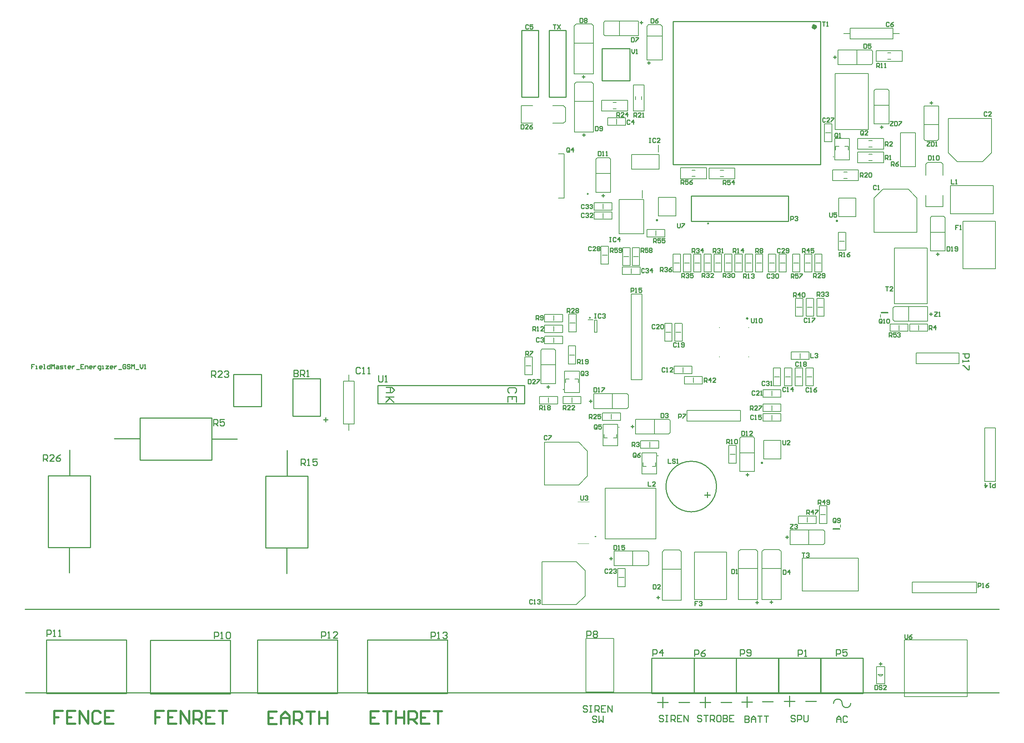
<source format=gto>
G04 Layer_Color=65535*
%FSLAX25Y25*%
%MOIN*%
G70*
G01*
G75*
%ADD52C,0.01000*%
%ADD74C,0.01575*%
%ADD75C,0.03937*%
%ADD76C,0.00500*%
%ADD77C,0.00984*%
%ADD78C,0.01181*%
%ADD79C,0.00787*%
%ADD80C,0.00591*%
%ADD81C,0.00394*%
%ADD82C,0.01969*%
D52*
X-237776Y94193D02*
G03*
X-237776Y94193I-23622J0D01*
G01*
X-120516Y-108312D02*
G03*
X-112515Y-108312I4000J0D01*
G01*
X-120516D02*
G03*
X-128516Y-108312I-4000J0D01*
G01*
X-355571Y251898D02*
G03*
X-355571Y251898I-500J0D01*
G01*
X-245076Y339941D02*
G03*
X-245076Y339941I-574J0D01*
G01*
X-258768Y-98929D02*
X-219240D01*
X-258768Y-66055D02*
X-219240D01*
Y-98929D02*
Y-66055D01*
X-258768Y-98929D02*
Y-66055D01*
X-766417Y-49409D02*
X-691614D01*
Y-99409D02*
Y-49409D01*
X-766417Y-99409D02*
Y-49409D01*
Y-99409D02*
X-691614D01*
X-563858Y-49114D02*
X-489055D01*
Y-99114D02*
Y-49114D01*
X-563858Y-99114D02*
Y-49114D01*
Y-99114D02*
X-489055D01*
X-318779Y473327D02*
Y503248D01*
X-344764Y473327D02*
Y503248D01*
Y473327D02*
X-318779D01*
X-344764Y503248D02*
X-318779D01*
X-688760Y168898D02*
X-662776D01*
X-688760Y198819D02*
X-662776D01*
Y168898D02*
Y198819D01*
X-688760Y168898D02*
Y198819D01*
X-633240Y160008D02*
X-607650D01*
X-633240Y194969D02*
X-607650D01*
Y160008D02*
Y194969D01*
X-633240Y160008D02*
Y194969D01*
X-140610Y-98929D02*
X-101083D01*
X-140610Y-66055D02*
X-101083D01*
Y-98929D02*
Y-66055D01*
X-140610Y-98929D02*
Y-66055D01*
X-219351Y-98929D02*
X-179823D01*
X-219351Y-66055D02*
X-179823D01*
Y-98929D02*
Y-66055D01*
X-219351Y-98929D02*
Y-66055D01*
X-179980Y-98929D02*
X-140453D01*
X-179980Y-66055D02*
X-140453D01*
Y-98929D02*
Y-66055D01*
X-179980Y-98929D02*
Y-66055D01*
X-419820Y520257D02*
X-404073D01*
X-419820Y457887D02*
X-404073D01*
X-419820D02*
Y520257D01*
X-404073Y457887D02*
Y520257D01*
X-394045Y457976D02*
X-378297D01*
X-394045Y520346D02*
X-378297D01*
Y457976D02*
Y520346D01*
X-394045Y457976D02*
Y520346D01*
X-882945Y-98527D02*
X26004D01*
X-883445Y-20276D02*
X26004D01*
X-553945Y171488D02*
Y188488D01*
Y171488D02*
X-416945D01*
Y188488D01*
X-553945D02*
X-416945D01*
X-863445Y-49027D02*
X-788642D01*
Y-99027D02*
Y-49027D01*
X-863445Y-99027D02*
Y-49027D01*
Y-99027D02*
X-788642D01*
X-278425Y528543D02*
X-140630D01*
X-278425Y394869D02*
X-140630D01*
X-278425D02*
Y528543D01*
X-140630Y394869D02*
Y528543D01*
X-800177Y139081D02*
X-776486D01*
X-709141Y138681D02*
X-685315D01*
X-776186Y158366D02*
X-709134D01*
X-776186Y118996D02*
X-709134D01*
Y158366D01*
X-776186Y118996D02*
Y158366D01*
X-638754Y104261D02*
Y127953D01*
X-639153Y13091D02*
Y36917D01*
X-619468Y36909D02*
Y103961D01*
X-658839Y36909D02*
Y103961D01*
Y36909D02*
X-619468D01*
X-658839Y103961D02*
X-619468D01*
X-841706Y104754D02*
Y128445D01*
X-842106Y13583D02*
Y37409D01*
X-822421Y37402D02*
Y104454D01*
X-861791Y37402D02*
Y104454D01*
Y37402D02*
X-822421D01*
X-861791Y104454D02*
X-822421D01*
X-298386Y-98929D02*
X-258858D01*
X-298386Y-66055D02*
X-258858D01*
Y-98929D02*
Y-66055D01*
X-298386Y-98929D02*
Y-66055D01*
X-170748Y342008D02*
Y365728D01*
X-261299D02*
X-170748D01*
X-261299Y342008D02*
X-170748D01*
X-261299D02*
Y365728D01*
X-666445Y-49027D02*
X-591642D01*
Y-99027D02*
Y-49027D01*
X-666445Y-99027D02*
Y-49027D01*
Y-99027D02*
X-591642D01*
X-358215Y-111482D02*
X-359215Y-110482D01*
X-361214D01*
X-362214Y-111482D01*
Y-112481D01*
X-361214Y-113481D01*
X-359215D01*
X-358215Y-114481D01*
Y-115480D01*
X-359215Y-116480D01*
X-361214D01*
X-362214Y-115480D01*
X-356216Y-110482D02*
X-354216D01*
X-355216D01*
Y-116480D01*
X-356216D01*
X-354216D01*
X-351217D02*
Y-110482D01*
X-348218D01*
X-347219Y-111482D01*
Y-113481D01*
X-348218Y-114481D01*
X-351217D01*
X-349218D02*
X-347219Y-116480D01*
X-341220Y-110482D02*
X-345219D01*
Y-116480D01*
X-341220D01*
X-345219Y-113481D02*
X-343220D01*
X-339221Y-116480D02*
Y-110482D01*
X-335222Y-116480D01*
Y-110482D01*
X-349718Y-121080D02*
X-350717Y-120080D01*
X-352717D01*
X-353716Y-121080D01*
Y-122079D01*
X-352717Y-123079D01*
X-350717D01*
X-349718Y-124079D01*
Y-125078D01*
X-350717Y-126078D01*
X-352717D01*
X-353716Y-125078D01*
X-347718Y-120080D02*
Y-126078D01*
X-345719Y-124079D01*
X-343720Y-126078D01*
Y-120080D01*
X-34232Y257381D02*
X-31609D01*
Y256725D01*
X-34232Y254101D01*
Y253445D01*
X-31609D01*
X-30296D02*
X-28985D01*
X-29641D01*
Y257381D01*
X-30296Y256725D01*
X-79902Y280904D02*
X-77278D01*
X-78590D01*
Y276969D01*
X-73342D02*
X-75966D01*
X-73342Y279592D01*
Y280248D01*
X-73998Y280904D01*
X-75310D01*
X-75966Y280248D01*
X-336988Y313091D02*
Y317026D01*
X-335020D01*
X-334364Y316370D01*
Y315058D01*
X-335020Y314403D01*
X-336988D01*
X-335676D02*
X-334364Y313091D01*
X-330429Y317026D02*
X-333052D01*
Y315058D01*
X-331740Y315714D01*
X-331085D01*
X-330429Y315058D01*
Y313747D01*
X-331085Y313091D01*
X-332397D01*
X-333052Y313747D01*
X-329117D02*
X-328461Y313091D01*
X-327149D01*
X-326493Y313747D01*
Y316370D01*
X-327149Y317026D01*
X-328461D01*
X-329117Y316370D01*
Y315714D01*
X-328461Y315058D01*
X-326493D01*
X-308445Y312894D02*
Y316829D01*
X-306477D01*
X-305821Y316174D01*
Y314862D01*
X-306477Y314206D01*
X-308445D01*
X-307133D02*
X-305821Y312894D01*
X-301885Y316829D02*
X-304509D01*
Y314862D01*
X-303197Y315517D01*
X-302541D01*
X-301885Y314862D01*
Y313550D01*
X-302541Y312894D01*
X-303853D01*
X-304509Y313550D01*
X-300573Y316174D02*
X-299918Y316829D01*
X-298605D01*
X-297950Y316174D01*
Y315517D01*
X-298605Y314862D01*
X-297950Y314206D01*
Y313550D01*
X-298605Y312894D01*
X-299918D01*
X-300573Y313550D01*
Y314206D01*
X-299918Y314862D01*
X-300573Y315517D01*
Y316174D01*
X-299918Y314862D02*
X-298605D01*
X-168189Y288976D02*
Y292912D01*
X-166221D01*
X-165565Y292256D01*
Y290944D01*
X-166221Y290288D01*
X-168189D01*
X-166877D02*
X-165565Y288976D01*
X-161629Y292912D02*
X-164253D01*
Y290944D01*
X-162941Y291600D01*
X-162285D01*
X-161629Y290944D01*
Y289632D01*
X-162285Y288976D01*
X-163597D01*
X-164253Y289632D01*
X-160318Y292912D02*
X-157694D01*
Y292256D01*
X-160318Y289632D01*
Y288976D01*
X-76752Y233957D02*
Y237892D01*
X-74784D01*
X-74128Y237236D01*
Y235925D01*
X-74784Y235269D01*
X-76752D01*
X-75440D02*
X-74128Y233957D01*
X-70192Y237892D02*
X-72816D01*
Y235925D01*
X-71504Y236580D01*
X-70848D01*
X-70192Y235925D01*
Y234613D01*
X-70848Y233957D01*
X-72160D01*
X-72816Y234613D01*
X-68880Y237236D02*
X-68225Y237892D01*
X-66913D01*
X-66257Y237236D01*
Y236580D01*
X-66913Y235925D01*
X-67569D01*
X-66913D01*
X-66257Y235269D01*
Y234613D01*
X-66913Y233957D01*
X-68225D01*
X-68880Y234613D01*
X-337579Y326869D02*
X-336267D01*
X-336923D01*
Y322933D01*
X-337579D01*
X-336267D01*
X-331675Y326213D02*
X-332331Y326869D01*
X-333643D01*
X-334299Y326213D01*
Y323589D01*
X-333643Y322933D01*
X-332331D01*
X-331675Y323589D01*
X-328395Y322933D02*
Y326869D01*
X-330363Y324901D01*
X-327739D01*
X-300669Y419487D02*
X-299357D01*
X-300013D01*
Y415551D01*
X-300669D01*
X-299357D01*
X-294766Y418831D02*
X-295422Y419487D01*
X-296734D01*
X-297390Y418831D01*
Y416207D01*
X-296734Y415551D01*
X-295422D01*
X-294766Y416207D01*
X-290830Y415551D02*
X-293454D01*
X-290830Y418175D01*
Y418831D01*
X-291486Y419487D01*
X-292798D01*
X-293454Y418831D01*
X-305230Y297374D02*
X-305887Y298030D01*
X-307198D01*
X-307854Y297374D01*
Y294750D01*
X-307198Y294094D01*
X-305887D01*
X-305230Y294750D01*
X-303919Y297374D02*
X-303263Y298030D01*
X-301951D01*
X-301295Y297374D01*
Y296718D01*
X-301951Y296062D01*
X-302607D01*
X-301951D01*
X-301295Y295406D01*
Y294750D01*
X-301951Y294094D01*
X-303263D01*
X-303919Y294750D01*
X-298015Y294094D02*
Y298030D01*
X-299983Y296062D01*
X-297359D01*
X-361431Y357118D02*
X-362087Y357774D01*
X-363399D01*
X-364055Y357118D01*
Y354495D01*
X-363399Y353839D01*
X-362087D01*
X-361431Y354495D01*
X-360119Y357118D02*
X-359463Y357774D01*
X-358152D01*
X-357496Y357118D01*
Y356462D01*
X-358152Y355806D01*
X-358807D01*
X-358152D01*
X-357496Y355151D01*
Y354495D01*
X-358152Y353839D01*
X-359463D01*
X-360119Y354495D01*
X-356184Y357118D02*
X-355528Y357774D01*
X-354216D01*
X-353560Y357118D01*
Y356462D01*
X-354216Y355806D01*
X-354872D01*
X-354216D01*
X-353560Y355151D01*
Y354495D01*
X-354216Y353839D01*
X-355528D01*
X-356184Y354495D01*
X-361333Y348851D02*
X-361989Y349507D01*
X-363301D01*
X-363957Y348851D01*
Y346227D01*
X-363301Y345571D01*
X-361989D01*
X-361333Y346227D01*
X-360021Y348851D02*
X-359365Y349507D01*
X-358053D01*
X-357397Y348851D01*
Y348195D01*
X-358053Y347539D01*
X-358709D01*
X-358053D01*
X-357397Y346883D01*
Y346227D01*
X-358053Y345571D01*
X-359365D01*
X-360021Y346227D01*
X-353461Y345571D02*
X-356085D01*
X-353461Y348195D01*
Y348851D01*
X-354117Y349507D01*
X-355429D01*
X-356085Y348851D01*
X-354640Y317748D02*
X-355296Y318404D01*
X-356608D01*
X-357264Y317748D01*
Y315125D01*
X-356608Y314469D01*
X-355296D01*
X-354640Y315125D01*
X-350704Y314469D02*
X-353328D01*
X-350704Y317092D01*
Y317748D01*
X-351360Y318404D01*
X-352672D01*
X-353328Y317748D01*
X-349392D02*
X-348736Y318404D01*
X-347424D01*
X-346768Y317748D01*
Y317092D01*
X-347424Y316436D01*
X-346768Y315780D01*
Y315125D01*
X-347424Y314469D01*
X-348736D01*
X-349392Y315125D01*
Y315780D01*
X-348736Y316436D01*
X-349392Y317092D01*
Y317748D01*
X-348736Y316436D02*
X-347424D01*
X-136234Y437827D02*
X-136890Y438483D01*
X-138202D01*
X-138858Y437827D01*
Y435203D01*
X-138202Y434547D01*
X-136890D01*
X-136234Y435203D01*
X-132299Y434547D02*
X-134923D01*
X-132299Y437171D01*
Y437827D01*
X-132955Y438483D01*
X-134267D01*
X-134923Y437827D01*
X-130987Y438483D02*
X-128363D01*
Y437827D01*
X-130987Y435203D01*
Y434547D01*
X-315138Y439370D02*
Y443369D01*
X-313139D01*
X-312472Y442702D01*
Y441369D01*
X-313139Y440703D01*
X-315138D01*
X-313805D02*
X-312472Y439370D01*
X-308473D02*
X-311139D01*
X-308473Y442036D01*
Y442702D01*
X-309140Y443369D01*
X-310473D01*
X-311139Y442702D01*
X-307140Y439370D02*
X-305807D01*
X-306474D01*
Y443369D01*
X-307140Y442702D01*
X-103720Y383366D02*
Y387365D01*
X-101721D01*
X-101055Y386698D01*
Y385366D01*
X-101721Y384699D01*
X-103720D01*
X-102388D02*
X-101055Y383366D01*
X-97056D02*
X-99722D01*
X-97056Y386032D01*
Y386698D01*
X-97722Y387365D01*
X-99055D01*
X-99722Y386698D01*
X-95723D02*
X-95057Y387365D01*
X-93724D01*
X-93057Y386698D01*
Y384033D01*
X-93724Y383366D01*
X-95057D01*
X-95723Y384033D01*
Y386698D01*
X-123406Y308957D02*
Y312955D01*
X-121406D01*
X-120740Y312289D01*
Y310956D01*
X-121406Y310290D01*
X-123406D01*
X-122073D02*
X-120740Y308957D01*
X-119407D02*
X-118074D01*
X-118740D01*
Y312955D01*
X-119407Y312289D01*
X-113409Y312955D02*
X-114742Y312289D01*
X-116075Y310956D01*
Y309623D01*
X-115408Y308957D01*
X-114075D01*
X-113409Y309623D01*
Y310290D01*
X-114075Y310956D01*
X-116075D01*
X-222520Y312598D02*
Y316597D01*
X-220520D01*
X-219854Y315931D01*
Y314598D01*
X-220520Y313931D01*
X-222520D01*
X-221187D02*
X-219854Y312598D01*
X-218521D02*
X-217188D01*
X-217855D01*
Y316597D01*
X-218521Y315931D01*
X-213189Y312598D02*
Y316597D01*
X-215189Y314598D01*
X-212523D01*
X-212776Y289075D02*
Y293074D01*
X-210776D01*
X-210110Y292407D01*
Y291074D01*
X-210776Y290408D01*
X-212776D01*
X-211443D02*
X-210110Y289075D01*
X-208777D02*
X-207444D01*
X-208110D01*
Y293074D01*
X-208777Y292407D01*
X-205445D02*
X-204778Y293074D01*
X-203445D01*
X-202779Y292407D01*
Y291741D01*
X-203445Y291074D01*
X-204112D01*
X-203445D01*
X-202779Y290408D01*
Y289741D01*
X-203445Y289075D01*
X-204778D01*
X-205445Y289741D01*
X-201457Y312697D02*
Y316696D01*
X-199457D01*
X-198791Y316029D01*
Y314696D01*
X-199457Y314030D01*
X-201457D01*
X-200124D02*
X-198791Y312697D01*
X-197458Y316029D02*
X-196792Y316696D01*
X-195459D01*
X-194792Y316029D01*
Y315363D01*
X-195459Y314696D01*
X-194792Y314030D01*
Y313363D01*
X-195459Y312697D01*
X-196792D01*
X-197458Y313363D01*
Y314030D01*
X-196792Y314696D01*
X-197458Y315363D01*
Y316029D01*
X-196792Y314696D02*
X-195459D01*
X-316713Y131791D02*
Y135790D01*
X-314713D01*
X-314047Y135124D01*
Y133791D01*
X-314713Y133124D01*
X-316713D01*
X-315380D02*
X-314047Y131791D01*
X-312714Y135124D02*
X-312048Y135790D01*
X-310715D01*
X-310048Y135124D01*
Y134457D01*
X-310715Y133791D01*
X-311381D01*
X-310715D01*
X-310048Y133124D01*
Y132458D01*
X-310715Y131791D01*
X-312048D01*
X-312714Y132458D01*
X-258248Y-64370D02*
Y-58372D01*
X-255249D01*
X-254249Y-59372D01*
Y-61371D01*
X-255249Y-62371D01*
X-258248D01*
X-248251Y-58372D02*
X-250251Y-59372D01*
X-252250Y-61371D01*
Y-63370D01*
X-251250Y-64370D01*
X-249251D01*
X-248251Y-63370D01*
Y-62371D01*
X-249251Y-61371D01*
X-252250D01*
X-168780Y342520D02*
Y346518D01*
X-166780D01*
X-166114Y345852D01*
Y344519D01*
X-166780Y343853D01*
X-168780D01*
X-164781Y345852D02*
X-164114Y346518D01*
X-162782D01*
X-162115Y345852D01*
Y345185D01*
X-162782Y344519D01*
X-163448D01*
X-162782D01*
X-162115Y343853D01*
Y343186D01*
X-162782Y342520D01*
X-164114D01*
X-164781Y343186D01*
X-90138Y-91277D02*
Y-95276D01*
X-88138D01*
X-87472Y-94609D01*
Y-91943D01*
X-88138Y-91277D01*
X-90138D01*
X-83473Y-91943D02*
X-84140Y-91277D01*
X-85473D01*
X-86139Y-91943D01*
Y-92610D01*
X-85473Y-93276D01*
X-84140D01*
X-83473Y-93943D01*
Y-94609D01*
X-84140Y-95276D01*
X-85473D01*
X-86139Y-94609D01*
X-79475Y-95276D02*
X-82140D01*
X-79475Y-92610D01*
Y-91943D01*
X-80141Y-91277D01*
X-81474D01*
X-82140Y-91943D01*
X-40138Y403211D02*
Y399213D01*
X-38138D01*
X-37472Y399879D01*
Y402545D01*
X-38138Y403211D01*
X-40138D01*
X-36139Y399213D02*
X-34806D01*
X-35473D01*
Y403211D01*
X-36139Y402545D01*
X-32807D02*
X-32140Y403211D01*
X-30808D01*
X-30141Y402545D01*
Y399879D01*
X-30808Y399213D01*
X-32140D01*
X-32807Y399879D01*
Y402545D01*
X-205295Y251243D02*
Y247911D01*
X-204629Y247244D01*
X-203296D01*
X-202629Y247911D01*
Y251243D01*
X-201297Y247244D02*
X-199964D01*
X-200630D01*
Y251243D01*
X-201297Y250576D01*
X-197964D02*
X-197298Y251243D01*
X-195965D01*
X-195299Y250576D01*
Y247911D01*
X-195965Y247244D01*
X-197298D01*
X-197964Y247911D01*
Y250576D01*
X-62087Y-43934D02*
Y-47267D01*
X-61420Y-47933D01*
X-60087D01*
X-59421Y-47267D01*
Y-43934D01*
X-55422D02*
X-56755Y-44601D01*
X-58088Y-45934D01*
Y-47267D01*
X-57421Y-47933D01*
X-56089D01*
X-55422Y-47267D01*
Y-46600D01*
X-56089Y-45934D01*
X-58088D01*
X-249390Y191535D02*
Y195534D01*
X-247390D01*
X-246724Y194868D01*
Y193535D01*
X-247390Y192868D01*
X-249390D01*
X-248057D02*
X-246724Y191535D01*
X-243392D02*
Y195534D01*
X-245391Y193535D01*
X-242725D01*
X-238727Y191535D02*
X-241392D01*
X-238727Y194201D01*
Y194868D01*
X-239393Y195534D01*
X-240726D01*
X-241392Y194868D01*
X-317795Y275689D02*
Y279688D01*
X-315796D01*
X-315129Y279021D01*
Y277688D01*
X-315796Y277022D01*
X-317795D01*
X-313797Y275689D02*
X-312464D01*
X-313130D01*
Y279688D01*
X-313797Y279021D01*
X-307799Y279688D02*
X-310464D01*
Y277688D01*
X-309131Y278355D01*
X-308465D01*
X-307799Y277688D01*
Y276355D01*
X-308465Y275689D01*
X-309798D01*
X-310464Y276355D01*
X22421Y97268D02*
Y93269D01*
X20422D01*
X19756Y93936D01*
Y95268D01*
X20422Y95935D01*
X22421D01*
X18423Y97268D02*
X17090D01*
X17756D01*
Y93269D01*
X18423Y93936D01*
X13091Y97268D02*
Y93269D01*
X15090Y95268D01*
X12425D01*
X-504311Y-47638D02*
Y-41640D01*
X-501312D01*
X-500312Y-42639D01*
Y-44639D01*
X-501312Y-45638D01*
X-504311D01*
X-498313Y-47638D02*
X-496314D01*
X-497313D01*
Y-41640D01*
X-498313Y-42639D01*
X-493315D02*
X-492315Y-41640D01*
X-490316D01*
X-489316Y-42639D01*
Y-43639D01*
X-490316Y-44639D01*
X-491315D01*
X-490316D01*
X-489316Y-45638D01*
Y-46638D01*
X-490316Y-47638D01*
X-492315D01*
X-493315Y-46638D01*
X-706673Y-47835D02*
Y-41837D01*
X-703674D01*
X-702674Y-42836D01*
Y-44836D01*
X-703674Y-45835D01*
X-706673D01*
X-700675Y-47835D02*
X-698676D01*
X-699676D01*
Y-41837D01*
X-700675Y-42836D01*
X-695677D02*
X-694677Y-41837D01*
X-692678D01*
X-691678Y-42836D01*
Y-46835D01*
X-692678Y-47835D01*
X-694677D01*
X-695677Y-46835D01*
Y-42836D01*
X-273504Y157874D02*
Y161873D01*
X-271505D01*
X-270838Y161206D01*
Y159873D01*
X-271505Y159207D01*
X-273504D01*
X-269505Y161873D02*
X-266839D01*
Y161206D01*
X-269505Y158540D01*
Y157874D01*
X-301850Y98585D02*
Y94587D01*
X-299185D01*
X-295186D02*
X-297852D01*
X-295186Y97252D01*
Y97919D01*
X-295852Y98585D01*
X-297185D01*
X-297852Y97919D01*
X-333740Y39333D02*
Y35335D01*
X-331741D01*
X-331074Y36001D01*
Y38667D01*
X-331741Y39333D01*
X-333740D01*
X-329742Y35335D02*
X-328409D01*
X-329075D01*
Y39333D01*
X-329742Y38667D01*
X-323743Y39333D02*
X-326409D01*
Y37334D01*
X-325076Y38000D01*
X-324410D01*
X-323743Y37334D01*
Y36001D01*
X-324410Y35335D01*
X-325743D01*
X-326409Y36001D01*
X-192689Y191915D02*
X-193355Y192581D01*
X-194688D01*
X-195354Y191915D01*
Y189249D01*
X-194688Y188583D01*
X-193355D01*
X-192689Y189249D01*
X-191356Y191915D02*
X-190689Y192581D01*
X-189356D01*
X-188690Y191915D01*
Y191249D01*
X-189356Y190582D01*
X-190023D01*
X-189356D01*
X-188690Y189916D01*
Y189249D01*
X-189356Y188583D01*
X-190689D01*
X-191356Y189249D01*
X-187357Y188583D02*
X-186024D01*
X-186690D01*
Y192581D01*
X-187357Y191915D01*
X-202039Y182958D02*
X-202705Y183625D01*
X-204038D01*
X-204705Y182958D01*
Y180292D01*
X-204038Y179626D01*
X-202705D01*
X-202039Y180292D01*
X-198040Y179626D02*
X-200706D01*
X-198040Y182292D01*
Y182958D01*
X-198707Y183625D01*
X-200040D01*
X-200706Y182958D01*
X-196707Y179626D02*
X-195374D01*
X-196041D01*
Y183625D01*
X-196707Y182958D01*
X-295444Y245065D02*
X-296111Y245731D01*
X-297444D01*
X-298110Y245065D01*
Y242399D01*
X-297444Y241732D01*
X-296111D01*
X-295444Y242399D01*
X-291446Y241732D02*
X-294111D01*
X-291446Y244398D01*
Y245065D01*
X-292112Y245731D01*
X-293445D01*
X-294111Y245065D01*
X-290113D02*
X-289446Y245731D01*
X-288113D01*
X-287447Y245065D01*
Y242399D01*
X-288113Y241732D01*
X-289446D01*
X-290113Y242399D01*
Y245065D01*
X-275464Y227840D02*
X-276131Y228507D01*
X-277464D01*
X-278130Y227840D01*
Y225174D01*
X-277464Y224508D01*
X-276131D01*
X-275464Y225174D01*
X-274131Y224508D02*
X-272798D01*
X-273465D01*
Y228507D01*
X-274131Y227840D01*
X-270799Y225174D02*
X-270132Y224508D01*
X-268800D01*
X-268133Y225174D01*
Y227840D01*
X-268800Y228507D01*
X-270132D01*
X-270799Y227840D01*
Y227174D01*
X-270132Y226507D01*
X-268133D01*
X-285996Y204513D02*
X-286662Y205180D01*
X-287995D01*
X-288661Y204513D01*
Y201848D01*
X-287995Y201181D01*
X-286662D01*
X-285996Y201848D01*
X-284663Y201181D02*
X-283330D01*
X-283996D01*
Y205180D01*
X-284663Y204513D01*
X-278665Y201181D02*
X-281330D01*
X-278665Y203847D01*
Y204513D01*
X-279331Y205180D01*
X-280664D01*
X-281330Y204513D01*
X-318574Y436009D02*
X-319241Y436676D01*
X-320574D01*
X-321240Y436009D01*
Y433344D01*
X-320574Y432677D01*
X-319241D01*
X-318574Y433344D01*
X-315242Y432677D02*
Y436676D01*
X-317241Y434677D01*
X-314576D01*
X-143878Y271850D02*
Y275849D01*
X-141879D01*
X-141212Y275183D01*
Y273850D01*
X-141879Y273183D01*
X-143878D01*
X-142545D02*
X-141212Y271850D01*
X-139879Y275183D02*
X-139213Y275849D01*
X-137880D01*
X-137214Y275183D01*
Y274516D01*
X-137880Y273850D01*
X-138546D01*
X-137880D01*
X-137214Y273183D01*
Y272517D01*
X-137880Y271850D01*
X-139213D01*
X-139879Y272517D01*
X-135881Y275183D02*
X-135214Y275849D01*
X-133881D01*
X-133215Y275183D01*
Y274516D01*
X-133881Y273850D01*
X-134548D01*
X-133881D01*
X-133215Y273183D01*
Y272517D01*
X-133881Y271850D01*
X-135214D01*
X-135881Y272517D01*
X-165925Y271260D02*
Y275258D01*
X-163926D01*
X-163259Y274592D01*
Y273259D01*
X-163926Y272593D01*
X-165925D01*
X-164592D02*
X-163259Y271260D01*
X-159927D02*
Y275258D01*
X-161926Y273259D01*
X-159261D01*
X-157928Y274592D02*
X-157261Y275258D01*
X-155928D01*
X-155262Y274592D01*
Y271926D01*
X-155928Y271260D01*
X-157261D01*
X-157928Y271926D01*
Y274592D01*
X-153220Y251068D02*
X-153886Y251735D01*
X-155219D01*
X-155886Y251068D01*
Y248403D01*
X-155219Y247736D01*
X-153886D01*
X-153220Y248403D01*
X-151887Y247736D02*
X-150554D01*
X-151221D01*
Y251735D01*
X-151887Y251068D01*
X-148555Y251735D02*
X-145889D01*
Y251068D01*
X-148555Y248403D01*
Y247736D01*
X-203220Y160222D02*
X-203887Y160889D01*
X-205219D01*
X-205886Y160222D01*
Y157556D01*
X-205219Y156890D01*
X-203887D01*
X-203220Y157556D01*
X-201887Y156890D02*
X-200554D01*
X-201221D01*
Y160889D01*
X-201887Y160222D01*
X-195889Y160889D02*
X-198555D01*
Y158889D01*
X-197222Y159556D01*
X-196555D01*
X-195889Y158889D01*
Y157556D01*
X-196555Y156890D01*
X-197888D01*
X-198555Y157556D01*
X-206476Y165748D02*
Y169747D01*
X-204477D01*
X-203811Y169080D01*
Y167747D01*
X-204477Y167081D01*
X-206476D01*
X-205143D02*
X-203811Y165748D01*
X-199812D02*
X-202478D01*
X-199812Y168414D01*
Y169080D01*
X-200478Y169747D01*
X-201811D01*
X-202478Y169080D01*
X-198479Y169747D02*
X-195813D01*
Y169080D01*
X-198479Y166414D01*
Y165748D01*
X-149980Y218664D02*
Y214665D01*
X-147315D01*
X-145982Y217998D02*
X-145315Y218664D01*
X-143982D01*
X-143316Y217998D01*
Y217331D01*
X-143982Y216665D01*
X-144649D01*
X-143982D01*
X-143316Y215998D01*
Y215332D01*
X-143982Y214665D01*
X-145315D01*
X-145982Y215332D01*
X-161389Y209828D02*
X-162056Y210495D01*
X-163389D01*
X-164055Y209828D01*
Y207162D01*
X-163389Y206496D01*
X-162056D01*
X-161389Y207162D01*
X-160056Y206496D02*
X-158723D01*
X-159390D01*
Y210495D01*
X-160056Y209828D01*
X-156724D02*
X-156058Y210495D01*
X-154725D01*
X-154058Y209828D01*
Y209162D01*
X-154725Y208495D01*
X-154058Y207829D01*
Y207162D01*
X-154725Y206496D01*
X-156058D01*
X-156724Y207162D01*
Y207829D01*
X-156058Y208495D01*
X-156724Y209162D01*
Y209828D01*
X-156058Y208495D02*
X-154725D01*
X-173299Y186305D02*
X-173965Y186971D01*
X-175298D01*
X-175965Y186305D01*
Y183639D01*
X-175298Y182972D01*
X-173965D01*
X-173299Y183639D01*
X-171966Y182972D02*
X-170633D01*
X-171299D01*
Y186971D01*
X-171966Y186305D01*
X-166634Y182972D02*
Y186971D01*
X-168634Y184972D01*
X-165968D01*
X-151763Y185813D02*
X-152430Y186479D01*
X-153763D01*
X-154429Y185813D01*
Y183147D01*
X-153763Y182480D01*
X-152430D01*
X-151763Y183147D01*
X-150430Y182480D02*
X-149098D01*
X-149764D01*
Y186479D01*
X-150430Y185813D01*
X-144432Y186479D02*
X-145765Y185813D01*
X-147098Y184480D01*
Y183147D01*
X-146432Y182480D01*
X-145099D01*
X-144432Y183147D01*
Y183813D01*
X-145099Y184480D01*
X-147098D01*
X-331181Y439567D02*
Y443566D01*
X-329182D01*
X-328515Y442899D01*
Y441566D01*
X-329182Y440900D01*
X-331181D01*
X-329848D02*
X-328515Y439567D01*
X-324517D02*
X-327182D01*
X-324517Y442233D01*
Y442899D01*
X-325183Y443566D01*
X-326516D01*
X-327182Y442899D01*
X-321184Y439567D02*
Y443566D01*
X-323184Y441566D01*
X-320518D01*
X-351654Y255770D02*
X-350321D01*
X-350987D01*
Y251772D01*
X-351654D01*
X-350321D01*
X-345655Y255104D02*
X-346322Y255770D01*
X-347655D01*
X-348321Y255104D01*
Y252438D01*
X-347655Y251772D01*
X-346322D01*
X-345655Y252438D01*
X-344323Y255104D02*
X-343656Y255770D01*
X-342323D01*
X-341657Y255104D01*
Y254437D01*
X-342323Y253771D01*
X-342990D01*
X-342323D01*
X-341657Y253104D01*
Y252438D01*
X-342323Y251772D01*
X-343656D01*
X-344323Y252438D01*
X-188161Y292407D02*
X-188827Y293074D01*
X-190160D01*
X-190827Y292407D01*
Y289741D01*
X-190160Y289075D01*
X-188827D01*
X-188161Y289741D01*
X-186828Y292407D02*
X-186162Y293074D01*
X-184829D01*
X-184162Y292407D01*
Y291741D01*
X-184829Y291074D01*
X-185495D01*
X-184829D01*
X-184162Y290408D01*
Y289741D01*
X-184829Y289075D01*
X-186162D01*
X-186828Y289741D01*
X-182829Y292407D02*
X-182163Y293074D01*
X-180830D01*
X-180164Y292407D01*
Y289741D01*
X-180830Y289075D01*
X-182163D01*
X-182829Y289741D01*
Y292407D01*
X-178220Y316127D02*
X-178886Y316794D01*
X-180219D01*
X-180886Y316127D01*
Y313462D01*
X-180219Y312795D01*
X-178886D01*
X-178220Y313462D01*
X-174221Y312795D02*
X-176887D01*
X-174221Y315461D01*
Y316127D01*
X-174888Y316794D01*
X-176221D01*
X-176887Y316127D01*
X-172888Y313462D02*
X-172222Y312795D01*
X-170889D01*
X-170223Y313462D01*
Y316127D01*
X-170889Y316794D01*
X-172222D01*
X-172888Y316127D01*
Y315461D01*
X-172222Y314795D01*
X-170223D01*
X-339342Y16718D02*
X-340009Y17384D01*
X-341341D01*
X-342008Y16718D01*
Y14052D01*
X-341341Y13386D01*
X-340009D01*
X-339342Y14052D01*
X-335343Y13386D02*
X-338009D01*
X-335343Y16052D01*
Y16718D01*
X-336010Y17384D01*
X-337343D01*
X-338009Y16718D01*
X-334011D02*
X-333344Y17384D01*
X-332011D01*
X-331345Y16718D01*
Y16052D01*
X-332011Y15385D01*
X-332678D01*
X-332011D01*
X-331345Y14719D01*
Y14052D01*
X-332011Y13386D01*
X-333344D01*
X-334011Y14052D01*
X-358937Y-46555D02*
Y-40557D01*
X-355938D01*
X-354938Y-41557D01*
Y-43556D01*
X-355938Y-44556D01*
X-358937D01*
X-352939Y-41557D02*
X-351939Y-40557D01*
X-349940D01*
X-348940Y-41557D01*
Y-42556D01*
X-349940Y-43556D01*
X-348940Y-44556D01*
Y-45555D01*
X-349940Y-46555D01*
X-351939D01*
X-352939Y-45555D01*
Y-44556D01*
X-351939Y-43556D01*
X-352939Y-42556D01*
Y-41557D01*
X-351939Y-43556D02*
X-349940D01*
X-632264Y203045D02*
Y197047D01*
X-629265D01*
X-628265Y198047D01*
Y199047D01*
X-629265Y200046D01*
X-632264D01*
X-629265D01*
X-628265Y201046D01*
Y202046D01*
X-629265Y203045D01*
X-632264D01*
X-626266Y197047D02*
Y203045D01*
X-623267D01*
X-622267Y202046D01*
Y200046D01*
X-623267Y199047D01*
X-626266D01*
X-624266D02*
X-622267Y197047D01*
X-620268D02*
X-618268D01*
X-619268D01*
Y203045D01*
X-620268Y202046D01*
X-88850Y375084D02*
X-89516Y375751D01*
X-90849D01*
X-91516Y375084D01*
Y372418D01*
X-90849Y371752D01*
X-89516D01*
X-88850Y372418D01*
X-87517Y371752D02*
X-86184D01*
X-86851D01*
Y375751D01*
X-87517Y375084D01*
X14693Y443490D02*
X14027Y444156D01*
X12694D01*
X12028Y443490D01*
Y440824D01*
X12694Y440158D01*
X14027D01*
X14693Y440824D01*
X18692Y440158D02*
X16026D01*
X18692Y442823D01*
Y443490D01*
X18026Y444156D01*
X16693D01*
X16026Y443490D01*
X-403515Y232564D02*
X-404182Y233231D01*
X-405515D01*
X-406181Y232564D01*
Y229899D01*
X-405515Y229232D01*
X-404182D01*
X-403515Y229899D01*
X-402182Y232564D02*
X-401516Y233231D01*
X-400183D01*
X-399517Y232564D01*
Y231898D01*
X-400183Y231232D01*
X-400849D01*
X-400183D01*
X-399517Y230565D01*
Y229899D01*
X-400183Y229232D01*
X-401516D01*
X-402182Y229899D01*
X-413259Y525084D02*
X-413926Y525751D01*
X-415259D01*
X-415925Y525084D01*
Y522418D01*
X-415259Y521752D01*
X-413926D01*
X-413259Y522418D01*
X-409261Y525751D02*
X-411927D01*
Y523751D01*
X-410594Y524418D01*
X-409927D01*
X-409261Y523751D01*
Y522418D01*
X-409927Y521752D01*
X-411260D01*
X-411927Y522418D01*
X-76744Y527348D02*
X-77410Y528014D01*
X-78743D01*
X-79409Y527348D01*
Y524682D01*
X-78743Y524016D01*
X-77410D01*
X-76744Y524682D01*
X-72745Y528014D02*
X-74078Y527348D01*
X-75411Y526015D01*
Y524682D01*
X-74744Y524016D01*
X-73411D01*
X-72745Y524682D01*
Y525349D01*
X-73411Y526015D01*
X-75411D01*
X-395937Y141423D02*
X-396603Y142089D01*
X-397936D01*
X-398602Y141423D01*
Y138757D01*
X-397936Y138091D01*
X-396603D01*
X-395937Y138757D01*
X-394604Y142089D02*
X-391938D01*
Y141423D01*
X-394604Y138757D01*
Y138091D01*
X-570501Y204557D02*
X-571501Y205557D01*
X-573500D01*
X-574500Y204557D01*
Y200559D01*
X-573500Y199559D01*
X-571501D01*
X-570501Y200559D01*
X-568502Y199559D02*
X-566503D01*
X-567502D01*
Y205557D01*
X-568502Y204557D01*
X-563504Y199559D02*
X-561504D01*
X-562504D01*
Y205557D01*
X-563504Y204557D01*
X-223701Y16892D02*
Y12894D01*
X-221701D01*
X-221035Y13560D01*
Y16226D01*
X-221701Y16892D01*
X-223701D01*
X-219702Y12894D02*
X-218369D01*
X-219036D01*
Y16892D01*
X-219702Y16226D01*
X-289646Y162759D02*
Y158760D01*
X-287646D01*
X-286980Y159426D01*
Y162092D01*
X-287646Y162759D01*
X-289646D01*
X-285647Y162092D02*
X-284981Y162759D01*
X-283648D01*
X-282981Y162092D01*
Y161426D01*
X-283648Y160759D01*
X-284314D01*
X-283648D01*
X-282981Y160093D01*
Y159426D01*
X-283648Y158760D01*
X-284981D01*
X-285647Y159426D01*
X-299193Y531164D02*
Y527165D01*
X-297194D01*
X-296527Y527832D01*
Y530498D01*
X-297194Y531164D01*
X-299193D01*
X-292528D02*
X-293861Y530498D01*
X-295194Y529165D01*
Y527832D01*
X-294528Y527165D01*
X-293195D01*
X-292528Y527832D01*
Y528498D01*
X-293195Y529165D01*
X-295194D01*
X-317500Y513644D02*
Y509646D01*
X-315501D01*
X-314834Y510312D01*
Y512978D01*
X-315501Y513644D01*
X-317500D01*
X-313501D02*
X-310836D01*
Y512978D01*
X-313501Y510312D01*
Y509646D01*
X-365433Y531656D02*
Y527658D01*
X-363434D01*
X-362767Y528324D01*
Y530990D01*
X-363434Y531656D01*
X-365433D01*
X-361434Y530990D02*
X-360768Y531656D01*
X-359435D01*
X-358769Y530990D01*
Y530323D01*
X-359435Y529657D01*
X-358769Y528990D01*
Y528324D01*
X-359435Y527658D01*
X-360768D01*
X-361434Y528324D01*
Y528990D01*
X-360768Y529657D01*
X-361434Y530323D01*
Y530990D01*
X-360768Y529657D02*
X-359435D01*
X-351161Y430672D02*
Y426673D01*
X-349162D01*
X-348496Y427340D01*
Y430006D01*
X-349162Y430672D01*
X-351161D01*
X-347163Y427340D02*
X-346496Y426673D01*
X-345163D01*
X-344497Y427340D01*
Y430006D01*
X-345163Y430672D01*
X-346496D01*
X-347163Y430006D01*
Y429339D01*
X-346496Y428673D01*
X-344497D01*
X-348307Y407148D02*
Y403150D01*
X-346308D01*
X-345641Y403816D01*
Y406482D01*
X-346308Y407148D01*
X-348307D01*
X-344308Y403150D02*
X-342975D01*
X-343642D01*
Y407148D01*
X-344308Y406482D01*
X-340976Y403150D02*
X-339643D01*
X-340310D01*
Y407148D01*
X-340976Y406482D01*
X-214350Y146026D02*
Y142028D01*
X-212351D01*
X-211685Y142694D01*
Y145360D01*
X-212351Y146026D01*
X-214350D01*
X-210352Y142028D02*
X-209019D01*
X-209685D01*
Y146026D01*
X-210352Y145360D01*
X-204354Y142028D02*
X-207019D01*
X-204354Y144693D01*
Y145360D01*
X-205020Y146026D01*
X-206353D01*
X-207019Y145360D01*
X-352441Y186676D02*
Y182677D01*
X-350442D01*
X-349775Y183344D01*
Y186009D01*
X-350442Y186676D01*
X-352441D01*
X-348442Y182677D02*
X-347109D01*
X-347776D01*
Y186676D01*
X-348442Y186009D01*
X-345110Y186676D02*
X-342444D01*
Y186009D01*
X-345110Y183344D01*
Y182677D01*
X-413661Y194353D02*
Y190354D01*
X-411662D01*
X-410996Y191021D01*
Y193687D01*
X-411662Y194353D01*
X-413661D01*
X-406997Y190354D02*
X-409663D01*
X-406997Y193020D01*
Y193687D01*
X-407663Y194353D01*
X-408996D01*
X-409663Y193687D01*
X-405664Y194353D02*
X-402998D01*
Y193687D01*
X-405664Y191021D01*
Y190354D01*
X-11881Y338447D02*
X-14547D01*
Y336448D01*
X-13214D01*
X-14547D01*
Y334449D01*
X-10548D02*
X-9216D01*
X-9882D01*
Y338447D01*
X-10548Y337781D01*
X-18681Y380967D02*
Y376969D01*
X-16015D01*
X-14682D02*
X-13350D01*
X-14016D01*
Y380967D01*
X-14682Y380301D01*
X-283150Y119845D02*
Y115847D01*
X-280484D01*
X-276485Y119179D02*
X-277152Y119845D01*
X-278485D01*
X-279151Y119179D01*
Y118512D01*
X-278485Y117846D01*
X-277152D01*
X-276485Y117179D01*
Y116513D01*
X-277152Y115847D01*
X-278485D01*
X-279151Y116513D01*
X-275152Y115847D02*
X-273819D01*
X-274486D01*
Y119845D01*
X-275152Y119179D01*
X-161791Y-64370D02*
Y-58372D01*
X-158792D01*
X-157793Y-59372D01*
Y-61371D01*
X-158792Y-62371D01*
X-161791D01*
X-155793Y-64370D02*
X-153794D01*
X-154794D01*
Y-58372D01*
X-155793Y-59372D01*
X-297323Y-64075D02*
Y-58077D01*
X-294324D01*
X-293324Y-59076D01*
Y-61076D01*
X-294324Y-62076D01*
X-297323D01*
X-288326Y-64075D02*
Y-58077D01*
X-291325Y-61076D01*
X-287326D01*
X-125965Y-63878D02*
Y-57880D01*
X-122966D01*
X-121966Y-58880D01*
Y-60879D01*
X-122966Y-61879D01*
X-125965D01*
X-115968Y-57880D02*
X-119966D01*
Y-60879D01*
X-117967Y-59879D01*
X-116967D01*
X-115968Y-60879D01*
Y-62878D01*
X-116967Y-63878D01*
X-118967D01*
X-119966Y-62878D01*
X-215630Y-63976D02*
Y-57978D01*
X-212631D01*
X-211631Y-58978D01*
Y-60977D01*
X-212631Y-61977D01*
X-215630D01*
X-209632Y-62977D02*
X-208632Y-63976D01*
X-206633D01*
X-205633Y-62977D01*
Y-58978D01*
X-206633Y-57978D01*
X-208632D01*
X-209632Y-58978D01*
Y-59978D01*
X-208632Y-60977D01*
X-205633D01*
X-862945Y-45557D02*
Y-39559D01*
X-859946D01*
X-858946Y-40559D01*
Y-42558D01*
X-859946Y-43558D01*
X-862945D01*
X-856947Y-45557D02*
X-854947D01*
X-855947D01*
Y-39559D01*
X-856947Y-40559D01*
X-851948Y-45557D02*
X-849949D01*
X-850949D01*
Y-39559D01*
X-851948Y-40559D01*
X-606673Y-47343D02*
Y-41344D01*
X-603674D01*
X-602674Y-42344D01*
Y-44344D01*
X-603674Y-45343D01*
X-606673D01*
X-600675Y-47343D02*
X-598676D01*
X-599676D01*
Y-41344D01*
X-600675Y-42344D01*
X-591678Y-47343D02*
X-595677D01*
X-591678Y-43344D01*
Y-42344D01*
X-592678Y-41344D01*
X-594677D01*
X-595677Y-42344D01*
X-124578Y421040D02*
Y423706D01*
X-125245Y424373D01*
X-126578D01*
X-127244Y423706D01*
Y421040D01*
X-126578Y420374D01*
X-125245D01*
X-125911Y421707D02*
X-124578Y420374D01*
X-125245D02*
X-124578Y421040D01*
X-123246Y420374D02*
X-121913D01*
X-122579D01*
Y424373D01*
X-123246Y423706D01*
X-100563Y423403D02*
Y426068D01*
X-101229Y426735D01*
X-102562D01*
X-103228Y426068D01*
Y423403D01*
X-102562Y422736D01*
X-101229D01*
X-101895Y424069D02*
X-100563Y422736D01*
X-101229D02*
X-100563Y423403D01*
X-96564Y422736D02*
X-99230D01*
X-96564Y425402D01*
Y426068D01*
X-97230Y426735D01*
X-98563D01*
X-99230Y426068D01*
X-361586Y198501D02*
Y201167D01*
X-362253Y201833D01*
X-363585D01*
X-364252Y201167D01*
Y198501D01*
X-363585Y197835D01*
X-362253D01*
X-362919Y199168D02*
X-361586Y197835D01*
X-362253D02*
X-361586Y198501D01*
X-360253Y201167D02*
X-359587Y201833D01*
X-358254D01*
X-357588Y201167D01*
Y200500D01*
X-358254Y199834D01*
X-358920D01*
X-358254D01*
X-357588Y199168D01*
Y198501D01*
X-358254Y197835D01*
X-359587D01*
X-360253Y198501D01*
X-374972Y407163D02*
Y409828D01*
X-375639Y410495D01*
X-376971D01*
X-377638Y409828D01*
Y407163D01*
X-376971Y406496D01*
X-375639D01*
X-376305Y407829D02*
X-374972Y406496D01*
X-375639D02*
X-374972Y407163D01*
X-371640Y406496D02*
Y410495D01*
X-373639Y408495D01*
X-370973D01*
X-312964Y122222D02*
Y124887D01*
X-313631Y125554D01*
X-314964D01*
X-315630Y124887D01*
Y122222D01*
X-314964Y121555D01*
X-313631D01*
X-314297Y122888D02*
X-312964Y121555D01*
X-313631D02*
X-312964Y122222D01*
X-308965Y125554D02*
X-310298Y124887D01*
X-311631Y123555D01*
Y122222D01*
X-310965Y121555D01*
X-309632D01*
X-308965Y122222D01*
Y122888D01*
X-309632Y123555D01*
X-311631D01*
X-80492Y399705D02*
Y403703D01*
X-78493D01*
X-77826Y403037D01*
Y401704D01*
X-78493Y401038D01*
X-80492D01*
X-79159D02*
X-77826Y399705D01*
X-76493D02*
X-75160D01*
X-75827D01*
Y403703D01*
X-76493Y403037D01*
X-39252Y240748D02*
Y244747D01*
X-37253D01*
X-36586Y244080D01*
Y242747D01*
X-37253Y242081D01*
X-39252D01*
X-37919D02*
X-36586Y240748D01*
X-33254D02*
Y244747D01*
X-35253Y242747D01*
X-32588D01*
X-707264Y150984D02*
Y156982D01*
X-704265D01*
X-703265Y155983D01*
Y153983D01*
X-704265Y152984D01*
X-707264D01*
X-705265D02*
X-703265Y150984D01*
X-697267Y156982D02*
X-701266D01*
Y153983D01*
X-699266Y154983D01*
X-698267D01*
X-697267Y153983D01*
Y151984D01*
X-698267Y150984D01*
X-700266D01*
X-701266Y151984D01*
X-74587Y393602D02*
Y397601D01*
X-72587D01*
X-71921Y396935D01*
Y395602D01*
X-72587Y394935D01*
X-74587D01*
X-73254D02*
X-71921Y393602D01*
X-67922Y397601D02*
X-69255Y396935D01*
X-70588Y395602D01*
Y394269D01*
X-69921Y393602D01*
X-68589D01*
X-67922Y394269D01*
Y394935D01*
X-68589Y395602D01*
X-70588D01*
X-415925Y216634D02*
Y220633D01*
X-413926D01*
X-413259Y219966D01*
Y218633D01*
X-413926Y217967D01*
X-415925D01*
X-414592D02*
X-413259Y216634D01*
X-411927Y220633D02*
X-409261D01*
Y219966D01*
X-411927Y217300D01*
Y216634D01*
X-406280Y249902D02*
Y253900D01*
X-404280D01*
X-403614Y253234D01*
Y251901D01*
X-404280Y251235D01*
X-406280D01*
X-404947D02*
X-403614Y249902D01*
X-402281Y250568D02*
X-401614Y249902D01*
X-400281D01*
X-399615Y250568D01*
Y253234D01*
X-400281Y253900D01*
X-401614D01*
X-402281Y253234D01*
Y252567D01*
X-401614Y251901D01*
X-399615D01*
X-228524Y134350D02*
Y138349D01*
X-226524D01*
X-225858Y137683D01*
Y136350D01*
X-226524Y135683D01*
X-228524D01*
X-227191D02*
X-225858Y134350D01*
X-224525D02*
X-223192D01*
X-223858D01*
Y138349D01*
X-224525Y137683D01*
X-221193D02*
X-220526Y138349D01*
X-219193D01*
X-218527Y137683D01*
Y135017D01*
X-219193Y134350D01*
X-220526D01*
X-221193Y135017D01*
Y137683D01*
X-88268Y485728D02*
Y489727D01*
X-86268D01*
X-85602Y489061D01*
Y487728D01*
X-86268Y487061D01*
X-88268D01*
X-86935D02*
X-85602Y485728D01*
X-84269D02*
X-82936D01*
X-83602D01*
Y489727D01*
X-84269Y489061D01*
X-80937Y485728D02*
X-79604D01*
X-80270D01*
Y489727D01*
X-80937Y489061D01*
X-409429Y239567D02*
Y243566D01*
X-407430D01*
X-406763Y242899D01*
Y241566D01*
X-407430Y240900D01*
X-409429D01*
X-408096D02*
X-406763Y239567D01*
X-405431D02*
X-404098D01*
X-404764D01*
Y243566D01*
X-405431Y242899D01*
X-399432Y239567D02*
X-402098D01*
X-399432Y242233D01*
Y242899D01*
X-400099Y243566D01*
X-401432D01*
X-402098Y242899D01*
X-625571Y114075D02*
Y120073D01*
X-622572D01*
X-621572Y119073D01*
Y117074D01*
X-622572Y116074D01*
X-625571D01*
X-623571D02*
X-621572Y114075D01*
X-619573D02*
X-617573D01*
X-618573D01*
Y120073D01*
X-619573Y119073D01*
X-610576Y120073D02*
X-614574D01*
Y117074D01*
X-612575Y118073D01*
X-611575D01*
X-610576Y117074D01*
Y115075D01*
X-611575Y114075D01*
X-613575D01*
X-614574Y115075D01*
X-402933Y165945D02*
Y169944D01*
X-400934D01*
X-400267Y169277D01*
Y167944D01*
X-400934Y167278D01*
X-402933D01*
X-401600D02*
X-400267Y165945D01*
X-398934D02*
X-397602D01*
X-398268D01*
Y169944D01*
X-398934Y169277D01*
X-395602D02*
X-394936Y169944D01*
X-393603D01*
X-392936Y169277D01*
Y168611D01*
X-393603Y167944D01*
X-392936Y167278D01*
Y166611D01*
X-393603Y165945D01*
X-394936D01*
X-395602Y166611D01*
Y167278D01*
X-394936Y167944D01*
X-395602Y168611D01*
Y169277D01*
X-394936Y167944D02*
X-393603D01*
X-367697Y208957D02*
Y212955D01*
X-365698D01*
X-365031Y212289D01*
Y210956D01*
X-365698Y210290D01*
X-367697D01*
X-366364D02*
X-365031Y208957D01*
X-363698D02*
X-362365D01*
X-363032D01*
Y212955D01*
X-363698Y212289D01*
X-360366Y209623D02*
X-359699Y208957D01*
X-358367D01*
X-357700Y209623D01*
Y212289D01*
X-358367Y212955D01*
X-359699D01*
X-360366Y212289D01*
Y211623D01*
X-359699Y210956D01*
X-357700D01*
X-380886Y165945D02*
Y169944D01*
X-378887D01*
X-378220Y169277D01*
Y167944D01*
X-378887Y167278D01*
X-380886D01*
X-379553D02*
X-378220Y165945D01*
X-374221D02*
X-376887D01*
X-374221Y168611D01*
Y169277D01*
X-374888Y169944D01*
X-376221D01*
X-376887Y169277D01*
X-370223Y165945D02*
X-372888D01*
X-370223Y168611D01*
Y169277D01*
X-370889Y169944D01*
X-372222D01*
X-372888Y169277D01*
X-709390Y196445D02*
Y202443D01*
X-706391D01*
X-705391Y201443D01*
Y199444D01*
X-706391Y198444D01*
X-709390D01*
X-707390D02*
X-705391Y196445D01*
X-699393D02*
X-703392D01*
X-699393Y200444D01*
Y201443D01*
X-700393Y202443D01*
X-702392D01*
X-703392Y201443D01*
X-697394D02*
X-696394Y202443D01*
X-694395D01*
X-693395Y201443D01*
Y200444D01*
X-694395Y199444D01*
X-695394D01*
X-694395D01*
X-693395Y198444D01*
Y197444D01*
X-694395Y196445D01*
X-696394D01*
X-697394Y197444D01*
X-356575Y157677D02*
Y161676D01*
X-354575D01*
X-353909Y161009D01*
Y159677D01*
X-354575Y159010D01*
X-356575D01*
X-355242D02*
X-353909Y157677D01*
X-349910D02*
X-352576D01*
X-349910Y160343D01*
Y161009D01*
X-350577Y161676D01*
X-351910D01*
X-352576Y161009D01*
X-345912Y161676D02*
X-348577D01*
Y159677D01*
X-347245Y160343D01*
X-346578D01*
X-345912Y159677D01*
Y158344D01*
X-346578Y157677D01*
X-347911D01*
X-348577Y158344D01*
X-866319Y117815D02*
Y123813D01*
X-863320D01*
X-862320Y122813D01*
Y120814D01*
X-863320Y119814D01*
X-866319D01*
X-864320D02*
X-862320Y117815D01*
X-856322D02*
X-860321D01*
X-856322Y121814D01*
Y122813D01*
X-857322Y123813D01*
X-859321D01*
X-860321Y122813D01*
X-850324Y123813D02*
X-852323Y122813D01*
X-854323Y120814D01*
Y118815D01*
X-853323Y117815D01*
X-851324D01*
X-850324Y118815D01*
Y119814D01*
X-851324Y120814D01*
X-854323D01*
X-377441Y256594D02*
Y260593D01*
X-375442D01*
X-374775Y259927D01*
Y258594D01*
X-375442Y257927D01*
X-377441D01*
X-376108D02*
X-374775Y256594D01*
X-370777D02*
X-373442D01*
X-370777Y259260D01*
Y259927D01*
X-371443Y260593D01*
X-372776D01*
X-373442Y259927D01*
X-369444D02*
X-368777Y260593D01*
X-367444D01*
X-366778Y259927D01*
Y259260D01*
X-367444Y258594D01*
X-366778Y257927D01*
Y257261D01*
X-367444Y256594D01*
X-368777D01*
X-369444Y257261D01*
Y257927D01*
X-368777Y258594D01*
X-369444Y259260D01*
Y259927D01*
X-368777Y258594D02*
X-367444D01*
X-231772Y289469D02*
Y293467D01*
X-229772D01*
X-229106Y292801D01*
Y291468D01*
X-229772Y290801D01*
X-231772D01*
X-230439D02*
X-229106Y289469D01*
X-227773Y292801D02*
X-227106Y293467D01*
X-225774D01*
X-225107Y292801D01*
Y292134D01*
X-225774Y291468D01*
X-226440D01*
X-225774D01*
X-225107Y290801D01*
Y290135D01*
X-225774Y289469D01*
X-227106D01*
X-227773Y290135D01*
X-223774Y292801D02*
X-223108Y293467D01*
X-221775D01*
X-221109Y292801D01*
Y290135D01*
X-221775Y289469D01*
X-223108D01*
X-223774Y290135D01*
Y292801D01*
X-241024Y312598D02*
Y316597D01*
X-239024D01*
X-238358Y315931D01*
Y314598D01*
X-239024Y313931D01*
X-241024D01*
X-239691D02*
X-238358Y312598D01*
X-237025Y315931D02*
X-236358Y316597D01*
X-235026D01*
X-234359Y315931D01*
Y315264D01*
X-235026Y314598D01*
X-235692D01*
X-235026D01*
X-234359Y313931D01*
Y313265D01*
X-235026Y312598D01*
X-236358D01*
X-237025Y313265D01*
X-233026Y312598D02*
X-231693D01*
X-232360D01*
Y316597D01*
X-233026Y315931D01*
X-251457Y289469D02*
Y293467D01*
X-249457D01*
X-248791Y292801D01*
Y291468D01*
X-249457Y290801D01*
X-251457D01*
X-250124D02*
X-248791Y289469D01*
X-247458Y292801D02*
X-246792Y293467D01*
X-245459D01*
X-244792Y292801D01*
Y292134D01*
X-245459Y291468D01*
X-246125D01*
X-245459D01*
X-244792Y290801D01*
Y290135D01*
X-245459Y289469D01*
X-246792D01*
X-247458Y290135D01*
X-240793Y289469D02*
X-243459D01*
X-240793Y292134D01*
Y292801D01*
X-241460Y293467D01*
X-242793D01*
X-243459Y292801D01*
X-260610Y312795D02*
Y316794D01*
X-258611D01*
X-257944Y316127D01*
Y314795D01*
X-258611Y314128D01*
X-260610D01*
X-259277D02*
X-257944Y312795D01*
X-256611Y316127D02*
X-255945Y316794D01*
X-254612D01*
X-253946Y316127D01*
Y315461D01*
X-254612Y314795D01*
X-255279D01*
X-254612D01*
X-253946Y314128D01*
Y313462D01*
X-254612Y312795D01*
X-255945D01*
X-256611Y313462D01*
X-250613Y312795D02*
Y316794D01*
X-252613Y314795D01*
X-249947D01*
X-270354Y289370D02*
Y293369D01*
X-268355D01*
X-267688Y292702D01*
Y291369D01*
X-268355Y290703D01*
X-270354D01*
X-269022D02*
X-267688Y289370D01*
X-266356Y292702D02*
X-265689Y293369D01*
X-264356D01*
X-263690Y292702D01*
Y292036D01*
X-264356Y291369D01*
X-265023D01*
X-264356D01*
X-263690Y290703D01*
Y290037D01*
X-264356Y289370D01*
X-265689D01*
X-266356Y290037D01*
X-259691Y293369D02*
X-262357D01*
Y291369D01*
X-261024Y292036D01*
X-260358D01*
X-259691Y291369D01*
Y290037D01*
X-260358Y289370D01*
X-261690D01*
X-262357Y290037D01*
X-157756Y312598D02*
Y316597D01*
X-155757D01*
X-155090Y315931D01*
Y314598D01*
X-155757Y313931D01*
X-157756D01*
X-156423D02*
X-155090Y312598D01*
X-151758D02*
Y316597D01*
X-153757Y314598D01*
X-151091D01*
X-147093Y316597D02*
X-149759D01*
Y314598D01*
X-148426Y315264D01*
X-147759D01*
X-147093Y314598D01*
Y313265D01*
X-147759Y312598D01*
X-149092D01*
X-149759Y313265D01*
X-153819Y68209D02*
Y72207D01*
X-151820D01*
X-151153Y71541D01*
Y70208D01*
X-151820Y69542D01*
X-153819D01*
X-152486D02*
X-151153Y68209D01*
X-147821D02*
Y72207D01*
X-149820Y70208D01*
X-147154D01*
X-145821Y72207D02*
X-143156D01*
Y71541D01*
X-145821Y68875D01*
Y68209D01*
X-143189Y77658D02*
Y81656D01*
X-141190D01*
X-140523Y80990D01*
Y79657D01*
X-141190Y78990D01*
X-143189D01*
X-141856D02*
X-140523Y77658D01*
X-137191D02*
Y81656D01*
X-139190Y79657D01*
X-136524D01*
X-135192Y78324D02*
X-134525Y77658D01*
X-133192D01*
X-132526Y78324D01*
Y80990D01*
X-133192Y81656D01*
X-134525D01*
X-135192Y80990D01*
Y80323D01*
X-134525Y79657D01*
X-132526D01*
X-231772Y376279D02*
Y380278D01*
X-229772D01*
X-229106Y379612D01*
Y378279D01*
X-229772Y377612D01*
X-231772D01*
X-230439D02*
X-229106Y376279D01*
X-225107Y380278D02*
X-227773D01*
Y378279D01*
X-226440Y378945D01*
X-225774D01*
X-225107Y378279D01*
Y376946D01*
X-225774Y376279D01*
X-227106D01*
X-227773Y376946D01*
X-221775Y376279D02*
Y380278D01*
X-223774Y378279D01*
X-221108D01*
X-296634Y321850D02*
Y325849D01*
X-294635D01*
X-293968Y325183D01*
Y323850D01*
X-294635Y323183D01*
X-296634D01*
X-295301D02*
X-293968Y321850D01*
X-289969Y325849D02*
X-292635D01*
Y323850D01*
X-291302Y324516D01*
X-290636D01*
X-289969Y323850D01*
Y322517D01*
X-290636Y321850D01*
X-291969D01*
X-292635Y322517D01*
X-285971Y325849D02*
X-288636D01*
Y323850D01*
X-287303Y324516D01*
X-286637D01*
X-285971Y323850D01*
Y322517D01*
X-286637Y321850D01*
X-287970D01*
X-288636Y322517D01*
X-271142Y376575D02*
Y380574D01*
X-269142D01*
X-268476Y379907D01*
Y378574D01*
X-269142Y377908D01*
X-271142D01*
X-269809D02*
X-268476Y376575D01*
X-264477Y380574D02*
X-267143D01*
Y378574D01*
X-265810Y379241D01*
X-265144D01*
X-264477Y378574D01*
Y377241D01*
X-265144Y376575D01*
X-266477D01*
X-267143Y377241D01*
X-260478Y380574D02*
X-261811Y379907D01*
X-263144Y378574D01*
Y377241D01*
X-262478Y376575D01*
X-261145D01*
X-260478Y377241D01*
Y377908D01*
X-261145Y378574D01*
X-263144D01*
X-138957Y528310D02*
X-136291D01*
X-137624D01*
Y524311D01*
X-134958D02*
X-133625D01*
X-134292D01*
Y528310D01*
X-134958Y527643D01*
X-157953Y32444D02*
X-155287D01*
X-156620D01*
Y28445D01*
X-153954Y31777D02*
X-153288Y32444D01*
X-151955D01*
X-151288Y31777D01*
Y31111D01*
X-151955Y30444D01*
X-152621D01*
X-151955D01*
X-151288Y29778D01*
Y29111D01*
X-151955Y28445D01*
X-153288D01*
X-153954Y29111D01*
X-390236Y525751D02*
X-387570D01*
X-388903D01*
Y521752D01*
X-386238Y525751D02*
X-383572Y521752D01*
Y525751D02*
X-386238Y521752D01*
X-553445Y197941D02*
Y192942D01*
X-552445Y191943D01*
X-550446D01*
X-549446Y192942D01*
Y197941D01*
X-547447Y191943D02*
X-545447D01*
X-546447D01*
Y197941D01*
X-547447Y196941D01*
X-176083Y137365D02*
Y134033D01*
X-175416Y133366D01*
X-174083D01*
X-173417Y134033D01*
Y137365D01*
X-169418Y133366D02*
X-172084D01*
X-169418Y136032D01*
Y136699D01*
X-170085Y137365D01*
X-171417D01*
X-172084Y136699D01*
X-132264Y350062D02*
Y346729D01*
X-131597Y346063D01*
X-130264D01*
X-129598Y346729D01*
Y350062D01*
X-125599D02*
X-128265D01*
Y348062D01*
X-126932Y348729D01*
X-126266D01*
X-125599Y348062D01*
Y346729D01*
X-126266Y346063D01*
X-127599D01*
X-128265Y346729D01*
X-274291Y340022D02*
Y336690D01*
X-273625Y336024D01*
X-272292D01*
X-271625Y336690D01*
Y340022D01*
X-270293D02*
X-267627D01*
Y339356D01*
X-270293Y336690D01*
Y336024D01*
X-168976Y59018D02*
X-166311D01*
Y58352D01*
X-168976Y55686D01*
Y55020D01*
X-166311D01*
X-164978Y58352D02*
X-164311Y59018D01*
X-162978D01*
X-162312Y58352D01*
Y57686D01*
X-162978Y57019D01*
X-163645D01*
X-162978D01*
X-162312Y56353D01*
Y55686D01*
X-162978Y55020D01*
X-164311D01*
X-164978Y55686D01*
X-41417Y416302D02*
X-38752D01*
Y415635D01*
X-41417Y412970D01*
Y412303D01*
X-38752D01*
X-37419Y416302D02*
Y412303D01*
X-35419D01*
X-34753Y412970D01*
Y415635D01*
X-35419Y416302D01*
X-37419D01*
X-33420Y412303D02*
X-32087D01*
X-32753D01*
Y416302D01*
X-33420Y415635D01*
X-75571Y435298D02*
X-72905D01*
Y434631D01*
X-75571Y431966D01*
Y431299D01*
X-72905D01*
X-71572Y435298D02*
Y431299D01*
X-69573D01*
X-68906Y431966D01*
Y434631D01*
X-69573Y435298D01*
X-71572D01*
X-67573D02*
X-64908D01*
Y434631D01*
X-67573Y431966D01*
Y431299D01*
X-317205Y502522D02*
Y499857D01*
X-315872Y498524D01*
X-314539Y499857D01*
Y502522D01*
X-313206Y498524D02*
X-311873D01*
X-312540D01*
Y502522D01*
X-313206Y501856D01*
X-349283Y148796D02*
Y151462D01*
X-349950Y152129D01*
X-351282D01*
X-351949Y151462D01*
Y148796D01*
X-351282Y148130D01*
X-349950D01*
X-350616Y149463D02*
X-349283Y148130D01*
X-349950D02*
X-349283Y148796D01*
X-345284Y152129D02*
X-347950D01*
Y150129D01*
X-346617Y150796D01*
X-345951D01*
X-345284Y150129D01*
Y148796D01*
X-345951Y148130D01*
X-347284D01*
X-347950Y148796D01*
X-22618Y318369D02*
Y314370D01*
X-20619D01*
X-19952Y315037D01*
Y317702D01*
X-20619Y318369D01*
X-22618D01*
X-18619Y314370D02*
X-17287D01*
X-17953D01*
Y318369D01*
X-18619Y317702D01*
X-15287Y315037D02*
X-14621Y314370D01*
X-13288D01*
X-12621Y315037D01*
Y317702D01*
X-13288Y318369D01*
X-14621D01*
X-15287Y317702D01*
Y317036D01*
X-14621Y316369D01*
X-12621D01*
X-147323Y289173D02*
Y293172D01*
X-145324D01*
X-144657Y292506D01*
Y291173D01*
X-145324Y290506D01*
X-147323D01*
X-145990D02*
X-144657Y289173D01*
X-140658D02*
X-143324D01*
X-140658Y291839D01*
Y292506D01*
X-141325Y293172D01*
X-142658D01*
X-143324Y292506D01*
X-139325Y289840D02*
X-138659Y289173D01*
X-137326D01*
X-136660Y289840D01*
Y292506D01*
X-137326Y293172D01*
X-138659D01*
X-139325Y292506D01*
Y291839D01*
X-138659Y291173D01*
X-136660D01*
X-255484Y-12930D02*
X-258150D01*
Y-14930D01*
X-256817D01*
X-258150D01*
Y-16929D01*
X-254151Y-13597D02*
X-253485Y-12930D01*
X-252151D01*
X-251485Y-13597D01*
Y-14263D01*
X-252151Y-14930D01*
X-252818D01*
X-252151D01*
X-251485Y-15596D01*
Y-16263D01*
X-252151Y-16929D01*
X-253485D01*
X-254151Y-16263D01*
X-409716Y-12022D02*
X-410383Y-11356D01*
X-411716D01*
X-412382Y-12022D01*
Y-14688D01*
X-411716Y-15354D01*
X-410383D01*
X-409716Y-14688D01*
X-408383Y-15354D02*
X-407050D01*
X-407717D01*
Y-11356D01*
X-408383Y-12022D01*
X-405051D02*
X-404385Y-11356D01*
X-403052D01*
X-402385Y-12022D01*
Y-12688D01*
X-403052Y-13355D01*
X-403718D01*
X-403052D01*
X-402385Y-14021D01*
Y-14688D01*
X-403052Y-15354D01*
X-404385D01*
X-405051Y-14688D01*
X-290433Y295079D02*
Y299077D01*
X-288434D01*
X-287767Y298411D01*
Y297078D01*
X-288434Y296412D01*
X-290433D01*
X-289100D02*
X-287767Y295079D01*
X-286434Y298411D02*
X-285768Y299077D01*
X-284435D01*
X-283769Y298411D01*
Y297744D01*
X-284435Y297078D01*
X-285102D01*
X-284435D01*
X-283769Y296412D01*
Y295745D01*
X-284435Y295079D01*
X-285768D01*
X-286434Y295745D01*
X-279770Y299077D02*
X-281103Y298411D01*
X-282436Y297078D01*
Y295745D01*
X-281769Y295079D01*
X-280436D01*
X-279770Y295745D01*
Y296412D01*
X-280436Y297078D01*
X-282436D01*
X-80394Y412402D02*
Y416400D01*
X-78394D01*
X-77728Y415734D01*
Y414401D01*
X-78394Y413734D01*
X-80394D01*
X-79061D02*
X-77728Y412402D01*
X-73729D02*
X-76395D01*
X-73729Y415067D01*
Y415734D01*
X-74396Y416400D01*
X-75729D01*
X-76395Y415734D01*
X-364744Y85692D02*
Y82359D01*
X-364078Y81693D01*
X-362745D01*
X-362078Y82359D01*
Y85692D01*
X-360745Y85025D02*
X-360079Y85692D01*
X-358746D01*
X-358080Y85025D01*
Y84359D01*
X-358746Y83692D01*
X-359413D01*
X-358746D01*
X-358080Y83026D01*
Y82359D01*
X-358746Y81693D01*
X-360079D01*
X-360745Y82359D01*
X-100374Y507640D02*
Y503642D01*
X-98375D01*
X-97708Y504308D01*
Y506974D01*
X-98375Y507640D01*
X-100374D01*
X-93709D02*
X-96375D01*
Y505641D01*
X-95042Y506308D01*
X-94376D01*
X-93709Y505641D01*
Y504308D01*
X-94376Y503642D01*
X-95709D01*
X-96375Y504308D01*
X-420256Y432148D02*
Y428150D01*
X-418257D01*
X-417590Y428816D01*
Y431482D01*
X-418257Y432148D01*
X-420256D01*
X-413591Y428150D02*
X-416257D01*
X-413591Y430815D01*
Y431482D01*
X-414258Y432148D01*
X-415591D01*
X-416257Y431482D01*
X-409593Y432148D02*
X-410926Y431482D01*
X-412258Y430149D01*
Y428816D01*
X-411592Y428150D01*
X-410259D01*
X-409593Y428816D01*
Y429483D01*
X-410259Y430149D01*
X-412258D01*
X-296929Y2621D02*
Y-1378D01*
X-294930D01*
X-294263Y-711D01*
Y1954D01*
X-294930Y2621D01*
X-296929D01*
X-290265Y-1378D02*
X-292930D01*
X-290265Y1288D01*
Y1954D01*
X-290931Y2621D01*
X-292264D01*
X-292930Y1954D01*
X-175669Y16302D02*
Y12303D01*
X-173670D01*
X-173003Y12970D01*
Y15635D01*
X-173670Y16302D01*
X-175669D01*
X-169671Y12303D02*
Y16302D01*
X-171671Y14302D01*
X-169005D01*
X-126392Y61384D02*
Y64008D01*
X-127048Y64664D01*
X-128360D01*
X-129016Y64008D01*
Y61384D01*
X-128360Y60728D01*
X-127048D01*
X-127704Y62040D02*
X-126392Y60728D01*
X-127048D02*
X-126392Y61384D01*
X-125080D02*
X-124424Y60728D01*
X-123112D01*
X-122456Y61384D01*
Y64008D01*
X-123112Y64664D01*
X-124424D01*
X-125080Y64008D01*
Y63352D01*
X-124424Y62696D01*
X-122456D01*
X-83478Y247506D02*
Y250130D01*
X-84135Y250786D01*
X-85446D01*
X-86102Y250130D01*
Y247506D01*
X-85446Y246850D01*
X-84135D01*
X-84790Y248162D02*
X-83478Y246850D01*
X-84135D02*
X-83478Y247506D01*
X-82167Y246850D02*
X-80855D01*
X-81511D01*
Y250786D01*
X-82167Y250130D01*
X-78887D02*
X-78231Y250786D01*
X-76919D01*
X-76263Y250130D01*
Y247506D01*
X-76919Y246850D01*
X-78231D01*
X-78887Y247506D01*
Y250130D01*
X6319Y98D02*
Y4097D01*
X8318D01*
X8985Y3431D01*
Y2098D01*
X8318Y1431D01*
X6319D01*
X10318Y98D02*
X11650D01*
X10984D01*
Y4097D01*
X10318Y3431D01*
X16316Y4097D02*
X14983Y3431D01*
X13650Y2098D01*
Y765D01*
X14316Y98D01*
X15649D01*
X16316Y765D01*
Y1431D01*
X15649Y2098D01*
X13650D01*
X-8150Y218350D02*
X-2152D01*
Y215351D01*
X-3152Y214351D01*
X-5151D01*
X-6151Y215351D01*
Y218350D01*
X-8150Y212352D02*
Y210353D01*
Y211352D01*
X-2152D01*
X-3152Y212352D01*
X-2152Y207354D02*
Y203355D01*
X-3152D01*
X-7150Y207354D01*
X-8150D01*
X-186724Y-15157D02*
Y-12492D01*
X-188057Y-13825D02*
X-185391D01*
X-292334Y-10630D02*
Y-7964D01*
X-293667Y-9297D02*
X-291001D01*
X-84694Y-70177D02*
Y-72843D01*
X-83361Y-71510D02*
X-86027D01*
X-337776Y27098D02*
X-335110D01*
X-336443Y28431D02*
Y25765D01*
X-37253Y454035D02*
Y451370D01*
X-35920Y452703D02*
X-38585D01*
X-173406Y46881D02*
X-170740D01*
X-172073Y48214D02*
Y45548D01*
X-356772Y173948D02*
X-354106D01*
X-355439Y175281D02*
Y172615D01*
X-209165Y103839D02*
Y106504D01*
X-210498Y105172D02*
X-207832D01*
X-602682Y158788D02*
Y154789D01*
X-600683Y156788D02*
X-604681D01*
X-31310Y309842D02*
Y312508D01*
X-32643Y311175D02*
X-29978D01*
X-83771Y428543D02*
Y431209D01*
X-85104Y429876D02*
X-82438D01*
X-394991Y186024D02*
Y188689D01*
X-396324Y187356D02*
X-393659D01*
X-343614Y364665D02*
Y367331D01*
X-344946Y365998D02*
X-342281D01*
X-306575Y527528D02*
X-309241D01*
X-307908Y526195D02*
Y528861D01*
X-317697Y150228D02*
X-315031D01*
X-316364Y151561D02*
Y148895D01*
X-361822Y421457D02*
Y424122D01*
X-363155Y422790D02*
X-360489D01*
X-362019Y475689D02*
Y478355D01*
X-363352Y477022D02*
X-360686D01*
X-199913Y-15256D02*
Y-12590D01*
X-201246Y-13923D02*
X-198580D01*
X-546345Y187088D02*
X-541097D01*
X-538473Y184464D01*
X-541097Y181841D01*
X-546345D01*
X-542409D01*
Y187088D01*
X-538973Y178088D02*
X-546845D01*
X-544221D01*
X-538973Y172841D01*
X-542909Y176776D01*
X-546845Y172841D01*
X-424773Y172941D02*
Y178188D01*
X-432645D01*
Y172941D01*
X-428709Y178188D02*
Y175564D01*
X-426085Y181541D02*
X-424773Y182852D01*
Y185476D01*
X-426085Y186788D01*
X-431333D01*
X-432645Y185476D01*
Y182852D01*
X-431333Y181541D01*
X-243698Y86457D02*
X-248945D01*
X-246322Y83833D02*
Y89081D01*
X-154736Y-106514D02*
X-144739D01*
X-195135Y-106814D02*
X-185139D01*
X-273201Y-107314D02*
X-263204D01*
X-174636Y-106514D02*
X-164639D01*
X-169637Y-101516D02*
Y-111513D01*
X-214335Y-107014D02*
X-204339D01*
X-209337Y-102016D02*
Y-112013D01*
X-293101Y-107314D02*
X-283104D01*
X-288102Y-102316D02*
Y-112313D01*
X-287419Y-120395D02*
X-288418Y-119396D01*
X-290418D01*
X-291417Y-120395D01*
Y-121395D01*
X-290418Y-122395D01*
X-288418D01*
X-287419Y-123394D01*
Y-124394D01*
X-288418Y-125394D01*
X-290418D01*
X-291417Y-124394D01*
X-285419Y-119396D02*
X-283420D01*
X-284420D01*
Y-125394D01*
X-285419D01*
X-283420D01*
X-280421D02*
Y-119396D01*
X-277422D01*
X-276422Y-120395D01*
Y-122395D01*
X-277422Y-123394D01*
X-280421D01*
X-278422D02*
X-276422Y-125394D01*
X-270424Y-119396D02*
X-274423D01*
Y-125394D01*
X-270424D01*
X-274423Y-122395D02*
X-272424D01*
X-268425Y-125394D02*
Y-119396D01*
X-264426Y-125394D01*
Y-119396D01*
X-211496Y-119888D02*
Y-125886D01*
X-208497D01*
X-207497Y-124886D01*
Y-123886D01*
X-208497Y-122887D01*
X-211496D01*
X-208497D01*
X-207497Y-121887D01*
Y-120887D01*
X-208497Y-119888D01*
X-211496D01*
X-205498Y-125886D02*
Y-121887D01*
X-203499Y-119888D01*
X-201499Y-121887D01*
Y-125886D01*
Y-122887D01*
X-205498D01*
X-199500Y-119888D02*
X-195501D01*
X-197501D01*
Y-125886D01*
X-193502Y-119888D02*
X-189503D01*
X-191503D01*
Y-125886D01*
X-164387Y-120395D02*
X-165387Y-119396D01*
X-167386D01*
X-168386Y-120395D01*
Y-121395D01*
X-167386Y-122395D01*
X-165387D01*
X-164387Y-123394D01*
Y-124394D01*
X-165387Y-125394D01*
X-167386D01*
X-168386Y-124394D01*
X-162388Y-125394D02*
Y-119396D01*
X-159389D01*
X-158389Y-120395D01*
Y-122395D01*
X-159389Y-123394D01*
X-162388D01*
X-156390Y-119396D02*
Y-124394D01*
X-155390Y-125394D01*
X-153391D01*
X-152391Y-124394D01*
Y-119396D01*
X-125866Y-125886D02*
Y-121887D01*
X-123867Y-119888D01*
X-121868Y-121887D01*
Y-125886D01*
Y-122887D01*
X-125866D01*
X-115869Y-120887D02*
X-116869Y-119888D01*
X-118868D01*
X-119868Y-120887D01*
Y-124886D01*
X-118868Y-125886D01*
X-116869D01*
X-115869Y-124886D01*
X-293189Y342717D02*
X-294189D01*
Y343716D01*
X-293189D01*
Y342717D01*
X-124980Y342126D02*
X-125980D01*
Y343126D01*
X-124980D01*
Y342126D01*
X-195059Y115945D02*
X-196059D01*
Y116945D01*
X-195059D01*
Y115945D01*
X-300995Y488681D02*
Y491347D01*
X-302328Y490014D02*
X-299662D01*
X-251639Y-120395D02*
X-252639Y-119396D01*
X-254638D01*
X-255638Y-120395D01*
Y-121395D01*
X-254638Y-122395D01*
X-252639D01*
X-251639Y-123394D01*
Y-124394D01*
X-252639Y-125394D01*
X-254638D01*
X-255638Y-124394D01*
X-249640Y-119396D02*
X-245641D01*
X-247640D01*
Y-125394D01*
X-243642D02*
Y-119396D01*
X-240643D01*
X-239643Y-120395D01*
Y-122395D01*
X-240643Y-123394D01*
X-243642D01*
X-241642D02*
X-239643Y-125394D01*
X-234645Y-119396D02*
X-236644D01*
X-237644Y-120395D01*
Y-124394D01*
X-236644Y-125394D01*
X-234645D01*
X-233645Y-124394D01*
Y-120395D01*
X-234645Y-119396D01*
X-231645D02*
Y-125394D01*
X-228646D01*
X-227647Y-124394D01*
Y-123394D01*
X-228646Y-122395D01*
X-231645D01*
X-228646D01*
X-227647Y-121395D01*
Y-120395D01*
X-228646Y-119396D01*
X-231645D01*
X-221649D02*
X-225647D01*
Y-125394D01*
X-221649D01*
X-225647Y-122395D02*
X-223648D01*
X-253483Y-107314D02*
X-243486D01*
X-248484Y-102316D02*
Y-112313D01*
X-233583Y-107314D02*
X-223586D01*
X-128622Y495208D02*
X-125956D01*
X-127289Y496541D02*
Y493875D01*
X-36358Y255383D02*
X-39024D01*
X-37691Y254050D02*
Y256715D01*
X-874677Y208428D02*
X-877343D01*
Y206429D01*
X-876010D01*
X-877343D01*
Y204429D01*
X-873344D02*
X-872011D01*
X-872677D01*
Y207095D01*
X-873344D01*
X-868012Y204429D02*
X-869345D01*
X-870012Y205096D01*
Y206429D01*
X-869345Y207095D01*
X-868012D01*
X-867346Y206429D01*
Y205762D01*
X-870012D01*
X-866013Y204429D02*
X-864680D01*
X-865346D01*
Y208428D01*
X-866013D01*
X-860015D02*
Y204429D01*
X-862014D01*
X-862681Y205096D01*
Y206429D01*
X-862014Y207095D01*
X-860015D01*
X-858682Y204429D02*
Y208428D01*
X-857349Y207095D01*
X-856016Y208428D01*
Y204429D01*
X-854017Y207095D02*
X-852684D01*
X-852017Y206429D01*
Y204429D01*
X-854017D01*
X-854683Y205096D01*
X-854017Y205762D01*
X-852017D01*
X-850685Y204429D02*
X-848685D01*
X-848019Y205096D01*
X-848685Y205762D01*
X-850018D01*
X-850685Y206429D01*
X-850018Y207095D01*
X-848019D01*
X-846019Y207761D02*
Y207095D01*
X-846686D01*
X-845353D01*
X-846019D01*
Y205096D01*
X-845353Y204429D01*
X-841354D02*
X-842687D01*
X-843353Y205096D01*
Y206429D01*
X-842687Y207095D01*
X-841354D01*
X-840688Y206429D01*
Y205762D01*
X-843353D01*
X-839355Y207095D02*
Y204429D01*
Y205762D01*
X-838688Y206429D01*
X-838022Y207095D01*
X-837355D01*
X-835356Y203763D02*
X-832690D01*
X-828692Y208428D02*
X-831357D01*
Y204429D01*
X-828692D01*
X-831357Y206429D02*
X-830025D01*
X-827359Y204429D02*
Y207095D01*
X-825359D01*
X-824693Y206429D01*
Y204429D01*
X-821361D02*
X-822694D01*
X-823360Y205096D01*
Y206429D01*
X-822694Y207095D01*
X-821361D01*
X-820694Y206429D01*
Y205762D01*
X-823360D01*
X-819361Y207095D02*
Y204429D01*
Y205762D01*
X-818695Y206429D01*
X-818028Y207095D01*
X-817362D01*
X-814030Y203096D02*
X-813363D01*
X-812697Y203763D01*
Y207095D01*
X-814696D01*
X-815362Y206429D01*
Y205096D01*
X-814696Y204429D01*
X-812697D01*
X-811364D02*
X-810031D01*
X-810697D01*
Y207095D01*
X-811364D01*
X-808031D02*
X-805366D01*
X-808031Y204429D01*
X-805366D01*
X-802034D02*
X-803366D01*
X-804033Y205096D01*
Y206429D01*
X-803366Y207095D01*
X-802034D01*
X-801367Y206429D01*
Y205762D01*
X-804033D01*
X-800034Y207095D02*
Y204429D01*
Y205762D01*
X-799368Y206429D01*
X-798701Y207095D01*
X-798035D01*
X-796035Y203763D02*
X-793370D01*
X-789371Y207761D02*
X-790037Y208428D01*
X-791370D01*
X-792037Y207761D01*
Y205096D01*
X-791370Y204429D01*
X-790037D01*
X-789371Y205096D01*
Y206429D01*
X-790704D01*
X-785372Y207761D02*
X-786039Y208428D01*
X-787372D01*
X-788038Y207761D01*
Y207095D01*
X-787372Y206429D01*
X-786039D01*
X-785372Y205762D01*
Y205096D01*
X-786039Y204429D01*
X-787372D01*
X-788038Y205096D01*
X-784039Y204429D02*
Y208428D01*
X-782706Y207095D01*
X-781374Y208428D01*
Y204429D01*
X-780041Y203763D02*
X-777375D01*
X-776042Y208428D02*
Y205762D01*
X-774709Y204429D01*
X-773376Y205762D01*
Y208428D01*
X-772043Y204429D02*
X-770710D01*
X-771377D01*
Y208428D01*
X-772043Y207761D01*
D74*
X-208728Y251181D02*
G03*
X-208728Y251181I-406J0D01*
G01*
D75*
X-145989Y523577D02*
G03*
X-145989Y523577I-538J0D01*
G01*
D76*
X-328639Y149508D02*
G03*
X-328639Y149508I-278J0D01*
G01*
X-292320Y122933D02*
G03*
X-292320Y122933I-278J0D01*
G01*
X-380411Y184744D02*
G03*
X-380411Y184744I-278J0D01*
G01*
X-128344Y402165D02*
G03*
X-128344Y402165I-278J0D01*
G01*
X-235118Y215354D02*
Y215591D01*
X-207559Y215354D02*
Y215591D01*
X-235118Y242677D02*
Y242913D01*
X-207559Y242677D02*
Y242913D01*
X-235118Y215354D02*
X-234882D01*
X-207795D02*
X-207559D01*
X-235118Y242913D02*
X-234882D01*
X-207795D02*
X-207559D01*
D77*
X-357531Y367587D02*
G03*
X-357531Y367587I-492J0D01*
G01*
D78*
X-350917Y47539D02*
G03*
X-350523Y47539I197J0D01*
G01*
D02*
G03*
X-350917Y47539I-197J0D01*
G01*
D79*
X-309035Y292323D02*
Y299213D01*
X-323898D02*
X-309035D01*
X-325768Y292323D02*
X-309035D01*
X-325768D02*
Y299114D01*
X-325669Y299213D02*
X-323898D01*
X-317402Y293406D02*
Y298130D01*
X-316516Y300689D02*
X-309626D01*
Y315551D01*
X-316516Y300689D02*
Y317421D01*
X-309724D01*
X-309626Y315551D02*
Y317323D01*
X-315433Y309055D02*
X-310709D01*
X-325374Y300689D02*
X-318484D01*
Y315551D01*
X-325374Y300689D02*
Y317421D01*
X-318583D01*
X-318484Y315551D02*
Y317323D01*
X-324291Y309055D02*
X-319567D01*
X-345551Y301969D02*
X-338661D01*
Y316831D01*
X-345551Y301969D02*
Y318701D01*
X-338760D01*
X-338661Y316831D02*
Y318602D01*
X-344468Y310335D02*
X-339744D01*
X-291516Y390650D02*
Y404429D01*
X-317106Y390650D02*
X-291516D01*
X-317106D02*
Y404429D01*
X-291516D01*
X-292008Y406496D02*
Y413386D01*
X-335413Y352461D02*
Y359350D01*
X-350276D02*
X-335413D01*
X-352146Y352461D02*
X-335413D01*
X-352146D02*
Y359252D01*
X-352047Y359350D02*
X-350276D01*
X-343779Y353543D02*
Y358268D01*
X-335315Y343898D02*
Y350787D01*
X-350177D02*
X-335315D01*
X-352047Y343898D02*
X-335315D01*
X-352047D02*
Y350689D01*
X-351949Y350787D02*
X-350177D01*
X-343681Y344980D02*
Y349705D01*
X-305787Y330315D02*
Y362205D01*
X-328819Y330315D02*
X-305787D01*
X-328819D02*
Y362205D01*
X-305787D01*
X-307146Y363583D02*
Y370866D01*
X-136988Y432972D02*
X-130098D01*
X-136988Y418110D02*
Y432972D01*
X-130098Y416240D02*
Y432972D01*
X-136890Y416240D02*
X-130098D01*
X-136988Y416339D02*
Y418110D01*
X-135906Y424606D02*
X-131181D01*
X-195354Y17520D02*
X-177539Y17520D01*
X-179226Y35433D02*
X-177539Y33765D01*
X-195354Y-11319D02*
Y33568D01*
Y-11319D02*
X-177539D01*
Y33765D01*
X-195354Y33568D02*
X-193469Y35433D01*
X-179226D01*
X-288465Y16929D02*
X-270650Y16929D01*
X-272336Y34843D02*
X-270650Y33175D01*
X-288465Y-11909D02*
Y32978D01*
Y-11909D02*
X-270650D01*
Y33175D01*
X-288465Y32978D02*
X-286579Y34843D01*
X-272336D01*
X-42402Y384941D02*
Y395177D01*
X-40630Y396949D02*
X-28032D01*
X-42402Y355610D02*
X-26260D01*
Y366240D01*
X-42402Y355610D02*
Y366240D01*
X-42421Y395177D02*
X-40630Y396949D01*
X-28032D02*
X-26260Y395177D01*
Y384941D02*
Y395177D01*
X-124094Y314961D02*
X-117205D01*
Y329823D01*
X-124094Y314961D02*
Y331693D01*
X-117303D01*
X-117205Y329823D02*
Y331594D01*
X-123012Y323327D02*
X-118287D01*
X-129508Y379921D02*
X-105295D01*
X-129508D02*
Y389961D01*
X-105295Y379921D02*
Y389961D01*
X-129508D02*
X-105295D01*
X-118976Y381988D02*
X-115827D01*
X-118976Y387894D02*
X-115827D01*
X-315532Y444980D02*
Y469193D01*
X-305492D01*
X-315532Y444980D02*
X-305492D01*
Y469193D01*
X-313465Y455512D02*
Y458661D01*
X-307559Y455512D02*
Y458661D01*
X-87026Y-81288D02*
X-82302D01*
X-88465Y-90059D02*
X-80787D01*
X-88465D02*
Y-73917D01*
X-84664Y-82788D02*
X-83802D01*
X-82302Y-81288D01*
X-85526Y-82788D02*
X-84664D01*
X-87026Y-81288D02*
X-85526Y-82788D01*
X-88465Y-73917D02*
X-80787D01*
Y-90059D02*
Y-73917D01*
X-291811Y130020D02*
Y136909D01*
X-306673D02*
X-291811D01*
X-308543Y130020D02*
X-291811D01*
X-308543D02*
Y136811D01*
X-308445Y136909D02*
X-306673D01*
X-300177Y131102D02*
Y135827D01*
X-201464Y311417D02*
X-194574D01*
X-201464Y296555D02*
Y311417D01*
X-194574Y294685D02*
Y311417D01*
X-201366Y294685D02*
X-194574D01*
X-201464Y294783D02*
Y296555D01*
X-200381Y303051D02*
X-195657D01*
X-211072Y311417D02*
X-204182D01*
X-211072Y296555D02*
Y311417D01*
X-204182Y294685D02*
Y311417D01*
X-210974Y294685D02*
X-204182D01*
X-211072Y294783D02*
Y296555D01*
X-209989Y303051D02*
X-205265D01*
X-220680Y311417D02*
X-213790D01*
X-220680Y296555D02*
Y311417D01*
X-213790Y294685D02*
Y311417D01*
X-220582Y294685D02*
X-213790D01*
X-220680Y294783D02*
Y296555D01*
X-219597Y303051D02*
X-214873D01*
X-194370Y177756D02*
Y184646D01*
Y177756D02*
X-179508D01*
X-194370Y184646D02*
X-177638D01*
Y177854D02*
Y184646D01*
X-179508Y177756D02*
X-177736D01*
X-186004Y178839D02*
Y183563D01*
X-184823Y204921D02*
X-177933D01*
X-184823Y190059D02*
Y204921D01*
X-177933Y188189D02*
Y204921D01*
X-184724Y188189D02*
X-177933D01*
X-184823Y188287D02*
Y190059D01*
X-183740Y196555D02*
X-179016D01*
X-341614Y45374D02*
Y92618D01*
X-294370Y45374D02*
Y92618D01*
X-341614D02*
X-294370D01*
X-341614Y45374D02*
X-294370D01*
X-265531Y155236D02*
Y165236D01*
X-215531D01*
X-265531Y155236D02*
X-215531D01*
Y165236D01*
X-322717Y431693D02*
Y438583D01*
X-337579D02*
X-322717D01*
X-339449Y431693D02*
X-322717D01*
X-339449D02*
Y438484D01*
X-339350Y438583D02*
X-337579D01*
X-331083Y432776D02*
Y437500D01*
X-333445Y20177D02*
Y33957D01*
X-315925Y20177D02*
Y33858D01*
X-301063Y21457D02*
Y32677D01*
X-302343Y20177D02*
X-301063Y21457D01*
X-333445Y20177D02*
X-302343D01*
Y33957D02*
X-301063Y32677D01*
X-333445Y33957D02*
X-302343D01*
X-267697Y190059D02*
Y196949D01*
Y190059D02*
X-252835D01*
X-267697Y196949D02*
X-250965D01*
Y190157D02*
Y196949D01*
X-252835Y190059D02*
X-251063D01*
X-259331Y191142D02*
Y195866D01*
X-260807Y199705D02*
Y206595D01*
X-275669D02*
X-260807D01*
X-277539Y199705D02*
X-260807D01*
X-277539D02*
Y206496D01*
X-277441Y206595D02*
X-275669D01*
X-269173Y200787D02*
Y205512D01*
X-317382Y193839D02*
X-307382D01*
X-317382D02*
Y273839D01*
X-307382D01*
Y193839D02*
Y273839D01*
X-62480Y-102146D02*
Y-49035D01*
X-3622Y-102146D02*
Y-49035D01*
X-62480D02*
X-3622D01*
X-62480Y-102146D02*
X-3622D01*
X-286201Y229921D02*
X-279311D01*
Y244783D01*
X-286201Y229921D02*
Y246653D01*
X-279410D01*
X-279311Y244783D02*
Y246555D01*
X-285118Y238287D02*
X-280394D01*
X-276752Y229823D02*
X-269862D01*
Y244685D01*
X-276752Y229823D02*
Y246555D01*
X-269961D01*
X-269862Y244685D02*
Y246457D01*
X-275669Y238189D02*
X-270945D01*
X-30394Y418602D02*
Y449705D01*
X-31673Y417323D02*
X-30394Y418602D01*
X-44173D02*
Y449705D01*
Y418602D02*
X-42894Y417323D01*
X-31673D01*
X-44173Y432185D02*
X-30492D01*
X-44173Y449705D02*
X-30394D01*
X-169075Y53740D02*
X-137972D01*
X-136693Y52461D01*
X-169075Y39961D02*
X-137972D01*
X-136693Y41240D01*
Y52461D01*
X-151555Y39961D02*
Y53642D01*
X-169075Y39961D02*
Y53740D01*
X-352441Y180807D02*
X-321339D01*
X-320059Y179527D01*
X-352441Y167027D02*
X-321339D01*
X-320059Y168307D01*
Y179527D01*
X-334921Y167027D02*
Y180709D01*
X-352441Y167027D02*
Y180807D01*
X-216024Y108169D02*
Y139272D01*
X-214744Y140551D01*
X-202244Y108169D02*
Y139272D01*
X-203524Y140551D02*
X-202244Y139272D01*
X-214744Y140551D02*
X-203524D01*
X-215925Y125689D02*
X-202244D01*
X-216024Y108169D02*
X-202244D01*
X-38169Y314173D02*
X-24390D01*
X-38071Y331693D02*
X-24390D01*
X-36890Y346555D02*
X-25669D01*
X-24390Y345276D01*
Y314173D02*
Y345276D01*
X-38169D02*
X-36890Y346555D01*
X-38169Y314173D02*
Y345276D01*
X-90630Y432874D02*
Y463976D01*
X-89350Y465256D01*
X-76850Y432874D02*
Y463976D01*
X-78130Y465256D02*
X-76850Y463976D01*
X-89350Y465256D02*
X-78130D01*
X-90531Y450394D02*
X-76850D01*
X-90630Y432874D02*
X-76850D01*
X-401851Y190354D02*
Y221457D01*
X-400571Y222736D01*
X-388071Y190354D02*
Y221457D01*
X-389351Y222736D02*
X-388071Y221457D01*
X-400571Y222736D02*
X-389351D01*
X-401752Y207874D02*
X-388071D01*
X-401851Y190354D02*
X-388071D01*
X-350472Y368996D02*
X-336693D01*
X-350374Y386516D02*
X-336693D01*
X-349193Y401378D02*
X-337972D01*
X-336693Y400099D01*
Y368996D02*
Y400099D01*
X-350472D02*
X-349193Y401378D01*
X-350472Y368996D02*
Y400099D01*
X-310807Y515158D02*
Y528937D01*
X-328327Y515256D02*
Y528937D01*
X-343189Y516437D02*
Y527658D01*
X-341909Y528937D01*
X-310807D01*
X-343189Y516437D02*
X-341909Y515158D01*
X-310807D01*
X-313366Y157087D02*
X-282264D01*
X-280984Y155807D01*
X-313366Y143307D02*
X-282264D01*
X-280984Y144587D01*
Y155807D01*
X-295846Y143307D02*
Y156988D01*
X-313366Y143307D02*
Y157087D01*
X-105394Y-3346D02*
Y27362D01*
X-157559D02*
X-105394D01*
X-157559Y-3346D02*
Y27362D01*
Y-3346D02*
X-105394D01*
X-126894Y479921D02*
X-96185D01*
X-126894Y427756D02*
Y479921D01*
Y427756D02*
X-96185D01*
Y479921D01*
X-370453Y454134D02*
X-352638D01*
X-354324Y472047D02*
X-352638Y470379D01*
X-370453Y425295D02*
Y470183D01*
Y425295D02*
X-352638D01*
Y470379D01*
X-370453Y470183D02*
X-368567Y472047D01*
X-354324D01*
X-368764Y526280D02*
X-354521D01*
X-370650Y524415D02*
X-368764Y526280D01*
X-352835Y479528D02*
Y524612D01*
X-370650Y479528D02*
X-352835D01*
X-370650D02*
Y524415D01*
X-354521Y526280D02*
X-352835Y524612D01*
X-370650Y508366D02*
X-352835D01*
X-217303Y17520D02*
X-199488D01*
X-201175Y35433D02*
X-199488Y33765D01*
X-217303Y-11319D02*
Y33568D01*
Y-11319D02*
X-199488D01*
Y33765D01*
X-217303Y33568D02*
X-215418Y35433D01*
X-201175D01*
X-146142Y311417D02*
X-139252D01*
X-146142Y296555D02*
Y311417D01*
X-139252Y294685D02*
Y311417D01*
X-146043Y294685D02*
X-139252D01*
X-146142Y294783D02*
Y296555D01*
X-145059Y303051D02*
X-140335D01*
X-294272Y328543D02*
Y333268D01*
X-287776Y327461D02*
X-286004D01*
X-285906Y327559D02*
Y334350D01*
X-302638D02*
X-285906D01*
X-302638Y327461D02*
X-287776D01*
X-302638D02*
Y334350D01*
X-141713Y76378D02*
X-134823D01*
X-141713Y61516D02*
Y76378D01*
X-134823Y59646D02*
Y76378D01*
X-141614Y59646D02*
X-134823D01*
X-141713Y59744D02*
Y61516D01*
X-140630Y68012D02*
X-135906D01*
X-144567Y59744D02*
Y66634D01*
X-159429D02*
X-144567D01*
X-161299Y59744D02*
X-144567D01*
X-161299D02*
Y66536D01*
X-161201Y66634D02*
X-159429D01*
X-152933Y60827D02*
Y65551D01*
X-155749Y311417D02*
X-148860D01*
X-155749Y296555D02*
Y311417D01*
X-148860Y294685D02*
Y311417D01*
X-155651Y294685D02*
X-148860D01*
X-155749Y294783D02*
Y296555D01*
X-154667Y303051D02*
X-149942D01*
X-267636Y303051D02*
X-262912D01*
X-268719Y294783D02*
Y296555D01*
X-268621Y294685D02*
X-261829D01*
Y311417D01*
X-268719Y296555D02*
Y311417D01*
X-261829D01*
X-259111D02*
X-252221D01*
X-259111Y296555D02*
Y311417D01*
X-252221Y294685D02*
Y311417D01*
X-259013Y294685D02*
X-252221D01*
X-259111Y294783D02*
Y296555D01*
X-258028Y303051D02*
X-253304D01*
X-248421D02*
X-243696D01*
X-249503Y294783D02*
Y296555D01*
X-249405Y294685D02*
X-242614D01*
Y311417D01*
X-249503Y296555D02*
Y311417D01*
X-242614D01*
X-239896Y311417D02*
X-233006D01*
X-239896Y296555D02*
Y311417D01*
X-233006Y294685D02*
Y311417D01*
X-239797Y294685D02*
X-233006D01*
X-239896Y294783D02*
Y296555D01*
X-238813Y303051D02*
X-234089D01*
X-229205D02*
X-224481D01*
X-230288Y294783D02*
Y296555D01*
X-230189Y294685D02*
X-223398D01*
Y311417D01*
X-230288Y296555D02*
Y311417D01*
X-223398D01*
X-375669Y255315D02*
X-368779D01*
X-375669Y240453D02*
Y255315D01*
X-368779Y238583D02*
Y255315D01*
X-375571Y238583D02*
X-368779D01*
X-375669Y238681D02*
Y240453D01*
X-374587Y246949D02*
X-369862D01*
X-335906Y157185D02*
Y161909D01*
X-344173Y162992D02*
X-342402D01*
X-344272Y156102D02*
Y162894D01*
Y156102D02*
X-327539D01*
X-342402Y162992D02*
X-327539D01*
Y156102D02*
Y162992D01*
X-380984Y171555D02*
Y178445D01*
Y171555D02*
X-366122D01*
X-380984Y178445D02*
X-364252D01*
Y171653D02*
Y178445D01*
X-366122Y171555D02*
X-364350D01*
X-372618Y172638D02*
Y177362D01*
X-375079Y217126D02*
X-370354D01*
X-376162Y208858D02*
Y210630D01*
X-376063Y208760D02*
X-369272D01*
Y225492D01*
X-376162Y210630D02*
Y225492D01*
X-369272D01*
X-402933Y171457D02*
Y178346D01*
Y171457D02*
X-388071D01*
X-402933Y178346D02*
X-386201D01*
Y171555D02*
Y178346D01*
X-388071Y171457D02*
X-386299D01*
X-394567Y172539D02*
Y177264D01*
X-389843Y239173D02*
Y243898D01*
X-383346Y238090D02*
X-381575D01*
X-381476Y238189D02*
Y244980D01*
X-398209D02*
X-381476D01*
X-398209Y238090D02*
X-383346D01*
X-398209D02*
Y244980D01*
X-226260Y116043D02*
X-219370D01*
Y130905D01*
X-226260Y116043D02*
Y132775D01*
X-219469D01*
X-219370Y130905D02*
Y132677D01*
X-225177Y124409D02*
X-220453D01*
X-389842Y249213D02*
Y253937D01*
X-383346Y248130D02*
X-381575D01*
X-381476Y248228D02*
Y255020D01*
X-398209D02*
X-381476D01*
X-398209Y248130D02*
X-383346D01*
X-398209D02*
Y255020D01*
X-416713Y215256D02*
X-409823D01*
X-416713Y200394D02*
Y215256D01*
X-409823Y198524D02*
Y215256D01*
X-416614Y198524D02*
X-409823D01*
X-416713Y198622D02*
Y200394D01*
X-415630Y206890D02*
X-410906D01*
X-48996Y240256D02*
Y244980D01*
X-42500Y239173D02*
X-40728D01*
X-40630Y239272D02*
Y246063D01*
X-57362D02*
X-40630D01*
X-57362Y239173D02*
X-42500D01*
X-57362D02*
Y246063D01*
X-381476Y227658D02*
Y234547D01*
X-396338D02*
X-381476D01*
X-398209Y227658D02*
X-381476D01*
X-398209D02*
Y234449D01*
X-398110Y234547D02*
X-396338D01*
X-389842Y228740D02*
Y233465D01*
X-153327Y196555D02*
X-148602D01*
X-154409Y188287D02*
Y190059D01*
X-154311Y188189D02*
X-147520D01*
Y204921D01*
X-154409Y190059D02*
Y204921D01*
X-147520D01*
X-194370Y164272D02*
Y171161D01*
Y164272D02*
X-179508D01*
X-194370Y171161D02*
X-177638D01*
Y164370D02*
Y171161D01*
X-179508Y164272D02*
X-177736D01*
X-186004Y165354D02*
Y170079D01*
Y156398D02*
Y161122D01*
X-179508Y155315D02*
X-177736D01*
X-177638Y155413D02*
Y162205D01*
X-194370D02*
X-177638D01*
X-194370Y155315D02*
X-179508D01*
X-194370D02*
Y162205D01*
X-154089Y253248D02*
X-147200D01*
Y268110D01*
X-154089Y253248D02*
Y269981D01*
X-147298D01*
X-147200Y268110D02*
Y269882D01*
X-153007Y261614D02*
X-148282D01*
X-162923D02*
X-158199D01*
X-164006Y253346D02*
Y255118D01*
X-163907Y253248D02*
X-157116D01*
Y269981D01*
X-164006Y255118D02*
Y269981D01*
X-157116D01*
X-144173Y253248D02*
X-137283D01*
Y268110D01*
X-144173Y253248D02*
Y269981D01*
X-137382D01*
X-137283Y268110D02*
Y269882D01*
X-143090Y261614D02*
X-138366D01*
X-360512Y-7874D02*
Y15748D01*
X-368779Y-16142D02*
X-360512Y-7874D01*
X-400669Y-16142D02*
X-368779D01*
X-400669Y24016D02*
X-368779D01*
X-360512Y15748D01*
X-400669Y-16142D02*
Y24016D01*
X-398406Y95571D02*
Y135728D01*
X-366516D02*
X-358248Y127461D01*
X-398406Y135728D02*
X-366516D01*
X-398406Y95571D02*
X-366516D01*
X-358248Y103839D01*
Y127461D01*
X-12972Y397736D02*
X10650D01*
X-21240Y406004D02*
X-12972Y397736D01*
X-21240Y406004D02*
Y437894D01*
X18917Y406004D02*
Y437894D01*
X10650Y397736D02*
X18917Y406004D01*
X-21240Y437894D02*
X18917D01*
X-90728Y331693D02*
X-50571D01*
X-90728Y363583D02*
X-82461Y371850D01*
X-90728Y331693D02*
Y363583D01*
X-50571Y331693D02*
Y363583D01*
X-58839Y371850D02*
X-50571Y363583D01*
X-82461Y371850D02*
X-58839D01*
X-580984Y146539D02*
Y152539D01*
Y192539D02*
Y198539D01*
X-585984Y192539D02*
X-575984D01*
X-585984Y152539D02*
Y192539D01*
Y152539D02*
X-575984D01*
Y192539D01*
X-118894Y517421D02*
X-112894D01*
X-72894D02*
X-66894D01*
X-72894Y512421D02*
Y522421D01*
X-112894D02*
X-72894D01*
X-112894Y512421D02*
Y522421D01*
Y512421D02*
X-72894D01*
X-291910Y346850D02*
X-275768D01*
X-291910Y364173D02*
X-275768D01*
Y346850D02*
Y364173D01*
X-291910Y346850D02*
Y364173D01*
X-123701Y346260D02*
Y363583D01*
X-107559Y346260D02*
Y363583D01*
X-123701D02*
X-107559D01*
X-123701Y346260D02*
X-107559D01*
X-193779Y120079D02*
Y137402D01*
X-177638Y120079D02*
Y137402D01*
X-193779D02*
X-177638D01*
X-193779Y120079D02*
X-177638D01*
X-258445Y-11516D02*
Y32972D01*
X-228327Y-11516D02*
Y32972D01*
X-258445Y-11516D02*
X-228327D01*
X-258445Y32972D02*
X-228327D01*
X-7559Y342028D02*
X22559D01*
X-7559Y297539D02*
X22559D01*
Y342028D01*
X-7559Y297539D02*
Y342028D01*
X20787Y349016D02*
Y375197D01*
X-19469Y349016D02*
Y375197D01*
X20787D01*
X-19469Y349016D02*
X20787D01*
X-302835Y492717D02*
Y524016D01*
X-301260Y525591D01*
X-289941D02*
X-288366Y524016D01*
Y492717D02*
Y524016D01*
X-301260Y525591D02*
X-289941D01*
X-302835Y514960D02*
X-288366D01*
X-302835Y492717D02*
X-288366D01*
X-343780Y132382D02*
X-330000D01*
X-343780D02*
Y152264D01*
X-330000Y132382D02*
Y152264D01*
X-343780D02*
X-330000D01*
X-342795Y139567D02*
X-339646D01*
X-342795D02*
Y143110D01*
X-334134Y139567D02*
X-330984D01*
Y143110D01*
X-294665Y112992D02*
Y116535D01*
X-297815Y112992D02*
X-294665D01*
X-306476D02*
Y116535D01*
Y112992D02*
X-303327D01*
X-307461Y125689D02*
X-293681D01*
Y105807D02*
Y125689D01*
X-307461Y105807D02*
Y125689D01*
Y105807D02*
X-293681D01*
X-379606Y201870D02*
X-365827D01*
Y181988D02*
Y201870D01*
X-379606Y181988D02*
Y201870D01*
Y181988D02*
X-365827D01*
X-369961Y194685D02*
X-366811D01*
Y191142D02*
Y194685D01*
X-378622D02*
X-375472D01*
X-378622Y191142D02*
Y194685D01*
X-126555Y408563D02*
Y412106D01*
X-123406D01*
X-114744Y408563D02*
Y412106D01*
X-117894D02*
X-114744D01*
X-127539Y399409D02*
X-113760D01*
X-127539D02*
Y419291D01*
X-113760Y399409D02*
Y419291D01*
X-127539D02*
X-113760D01*
X-357854Y249803D02*
X-353130D01*
X-351752Y238189D02*
Y249606D01*
Y238189D02*
X-349390D01*
Y249606D01*
X-351752D02*
X-349390D01*
X-385512Y363681D02*
X-380000D01*
Y405020D01*
X-385512D02*
X-380000D01*
X-174390Y188287D02*
X-167500D01*
Y203150D01*
X-174390Y188287D02*
Y205020D01*
X-167598D01*
X-167500Y203150D02*
Y204921D01*
X-173307Y196654D02*
X-168583D01*
X-164350Y204921D02*
X-157461D01*
X-164350Y190059D02*
Y204921D01*
X-157461Y188189D02*
Y204921D01*
X-164252Y188189D02*
X-157461D01*
X-164350Y188287D02*
Y190059D01*
X-163268Y196555D02*
X-158543D01*
X-330000Y17520D02*
X-323110D01*
X-330000Y2658D02*
Y17520D01*
X-323110Y787D02*
Y17520D01*
X-329902Y787D02*
X-323110D01*
X-330000Y886D02*
Y2658D01*
X-328917Y9154D02*
X-324193D01*
X-179508Y294587D02*
X-172618D01*
Y309449D01*
X-179508Y294587D02*
Y311319D01*
X-172717D01*
X-172618Y309449D02*
Y311220D01*
X-178425Y302953D02*
X-173701D01*
X-189350Y294587D02*
X-182461D01*
Y309449D01*
X-189350Y294587D02*
Y311319D01*
X-182559D01*
X-182461Y309449D02*
Y311220D01*
X-188268Y302953D02*
X-183543D01*
X-151457Y212992D02*
Y219882D01*
X-166319D02*
X-151457D01*
X-168189Y212992D02*
X-151457D01*
X-168189D02*
Y219783D01*
X-168091Y219882D02*
X-166319D01*
X-159823Y214075D02*
Y218799D01*
X-278327Y311417D02*
X-271437D01*
X-278327Y296555D02*
Y311417D01*
X-271437Y294685D02*
Y311417D01*
X-278228Y294685D02*
X-271437D01*
X-278327Y294783D02*
Y296555D01*
X-277244Y303051D02*
X-272520D01*
X-66122Y393110D02*
X-51949D01*
Y424606D01*
X-66122Y393110D02*
Y424606D01*
X-51949D01*
X-271240Y381791D02*
X-247028D01*
X-271240D02*
Y391831D01*
X-247028Y381791D02*
Y391831D01*
X-271240D02*
X-247028D01*
X-260709Y383858D02*
X-257559D01*
X-260709Y389764D02*
X-257559D01*
X-234232Y389665D02*
X-231083D01*
X-234232Y383760D02*
X-231083D01*
X-244764Y391732D02*
X-220551D01*
Y381693D02*
Y391732D01*
X-244764Y381693D02*
Y391732D01*
Y381693D02*
X-220551D01*
X-78032Y493406D02*
X-74882D01*
X-78032Y499311D02*
X-74882D01*
X-88563Y491339D02*
X-64350D01*
X-88563D02*
Y501378D01*
X-64350Y491339D02*
Y501378D01*
X-88563D02*
X-64350D01*
X-106083Y396555D02*
X-81870D01*
X-106083D02*
Y406594D01*
X-81870Y396555D02*
Y406594D01*
X-106083D02*
X-81870D01*
X-95551Y398622D02*
X-92402D01*
X-95551Y404528D02*
X-92402D01*
X-334429Y446949D02*
X-331279D01*
X-334429Y452854D02*
X-331279D01*
X-344961Y444882D02*
X-320748D01*
X-344961D02*
Y454921D01*
X-320748Y444882D02*
Y454921D01*
X-344961D02*
X-320748D01*
X-95551Y417224D02*
X-92401D01*
X-95551Y411319D02*
X-92401D01*
X-106083Y419291D02*
X-81870D01*
Y409252D02*
Y419291D01*
X-106083Y409252D02*
Y419291D01*
Y409252D02*
X-81870D01*
X12500Y149000D02*
X22500D01*
Y99000D02*
Y149000D01*
X12500Y99000D02*
Y149000D01*
Y99000D02*
X22500D01*
X-390827Y433661D02*
X-380591D01*
X-378819Y435433D01*
X-380591Y449823D02*
X-378819Y448032D01*
X-420157Y449803D02*
X-409528D01*
X-420157Y433661D02*
X-409528D01*
X-420157D02*
Y449803D01*
X-378819Y435433D02*
Y448032D01*
X-390827Y449803D02*
X-380591D01*
X-124291Y502067D02*
X-93189D01*
X-91909Y500787D01*
X-124291Y488287D02*
X-93189D01*
X-91909Y489567D01*
Y500787D01*
X-106772Y488287D02*
Y501968D01*
X-124291Y488287D02*
Y502067D01*
X-166811Y294587D02*
X-159921D01*
Y309449D01*
X-166811Y294587D02*
Y311319D01*
X-160020D01*
X-159921Y309449D02*
Y311221D01*
X-165728Y302953D02*
X-161004D01*
X-84035Y256181D02*
Y256811D01*
X-77736D01*
Y256181D02*
Y256811D01*
X-84035Y256181D02*
X-77736D01*
X-84764Y252284D02*
Y254803D01*
X-75866Y239173D02*
Y246063D01*
Y239173D02*
X-61004D01*
X-75866Y246063D02*
X-59134D01*
Y239272D02*
Y246063D01*
X-61004Y239173D02*
X-59232D01*
X-67500Y240256D02*
Y244980D01*
X-71831Y317028D02*
X-41122D01*
X-71831Y264862D02*
Y317028D01*
Y264862D02*
X-41122D01*
Y317028D01*
X-40689Y248524D02*
Y262303D01*
X-58209Y248622D02*
Y262303D01*
X-73071Y249803D02*
Y261024D01*
X-71791Y262303D01*
X-40689D01*
X-73071Y249803D02*
X-71791Y248524D01*
X-40689D01*
X-122618Y54213D02*
Y54843D01*
X-128917Y54213D02*
X-122618D01*
X-128917D02*
Y54843D01*
X-122618D01*
X-121890Y56221D02*
Y58740D01*
X-55000Y-5000D02*
X5000D01*
X-55000Y5000D02*
X5000D01*
X-55000Y-5000D02*
Y5000D01*
X5000Y-5000D02*
Y5000D01*
X-11500Y209000D02*
Y219000D01*
X-51500Y209000D02*
X-11500D01*
X-51500Y219000D02*
X-11500D01*
X-51500Y209000D02*
Y219000D01*
D80*
X-359724Y-97736D02*
X-333740D01*
X-359724D02*
Y-47736D01*
X-333740Y-97736D02*
Y-47736D01*
X-359724D02*
X-333740D01*
D81*
X-367453Y80040D02*
X-356823D01*
X-367453Y41024D02*
X-356972D01*
D82*
X-848076Y-115524D02*
X-855947D01*
Y-121428D01*
X-852011D01*
X-855947D01*
Y-127331D01*
X-836269Y-115524D02*
X-844140D01*
Y-127331D01*
X-836269D01*
X-844140Y-121428D02*
X-840204D01*
X-832333Y-127331D02*
Y-115524D01*
X-824461Y-127331D01*
Y-115524D01*
X-812654Y-117492D02*
X-814622Y-115524D01*
X-818558D01*
X-820526Y-117492D01*
Y-125364D01*
X-818558Y-127331D01*
X-814622D01*
X-812654Y-125364D01*
X-800847Y-115524D02*
X-808718D01*
Y-127331D01*
X-800847D01*
X-808718Y-121428D02*
X-804783D01*
X-648211Y-116047D02*
X-656083D01*
Y-127854D01*
X-648211D01*
X-656083Y-121951D02*
X-652147D01*
X-644276Y-127854D02*
Y-119983D01*
X-640340Y-116047D01*
X-636404Y-119983D01*
Y-127854D01*
Y-121951D01*
X-644276D01*
X-632468Y-127854D02*
Y-116047D01*
X-626565D01*
X-624597Y-118015D01*
Y-121951D01*
X-626565Y-123919D01*
X-632468D01*
X-628533D02*
X-624597Y-127854D01*
X-620661Y-116047D02*
X-612790D01*
X-616725D01*
Y-127854D01*
X-608854Y-116047D02*
Y-127854D01*
Y-121951D01*
X-600982D01*
Y-116047D01*
Y-127854D01*
X-753686Y-115524D02*
X-761558D01*
Y-121428D01*
X-757622D01*
X-761558D01*
Y-127331D01*
X-741879Y-115524D02*
X-749750D01*
Y-127331D01*
X-741879D01*
X-749750Y-121428D02*
X-745815D01*
X-737943Y-127331D02*
Y-115524D01*
X-730072Y-127331D01*
Y-115524D01*
X-726136Y-127331D02*
Y-115524D01*
X-720232D01*
X-718264Y-117492D01*
Y-121428D01*
X-720232Y-123396D01*
X-726136D01*
X-722200D02*
X-718264Y-127331D01*
X-706457Y-115524D02*
X-714329D01*
Y-127331D01*
X-706457D01*
X-714329Y-121428D02*
X-710393D01*
X-702522Y-115524D02*
X-694650D01*
X-698586D01*
Y-127331D01*
X-552936Y-115653D02*
X-560807D01*
Y-127461D01*
X-552936D01*
X-560807Y-121557D02*
X-556871D01*
X-549000Y-115653D02*
X-541128D01*
X-545064D01*
Y-127461D01*
X-537193Y-115653D02*
Y-127461D01*
Y-121557D01*
X-529321D01*
Y-115653D01*
Y-127461D01*
X-525386D02*
Y-115653D01*
X-519482D01*
X-517514Y-117621D01*
Y-121557D01*
X-519482Y-123525D01*
X-525386D01*
X-521450D02*
X-517514Y-127461D01*
X-505707Y-115653D02*
X-513578D01*
Y-127461D01*
X-505707D01*
X-513578Y-121557D02*
X-509643D01*
X-501771Y-115653D02*
X-493900D01*
X-497835D01*
Y-127461D01*
M02*

</source>
